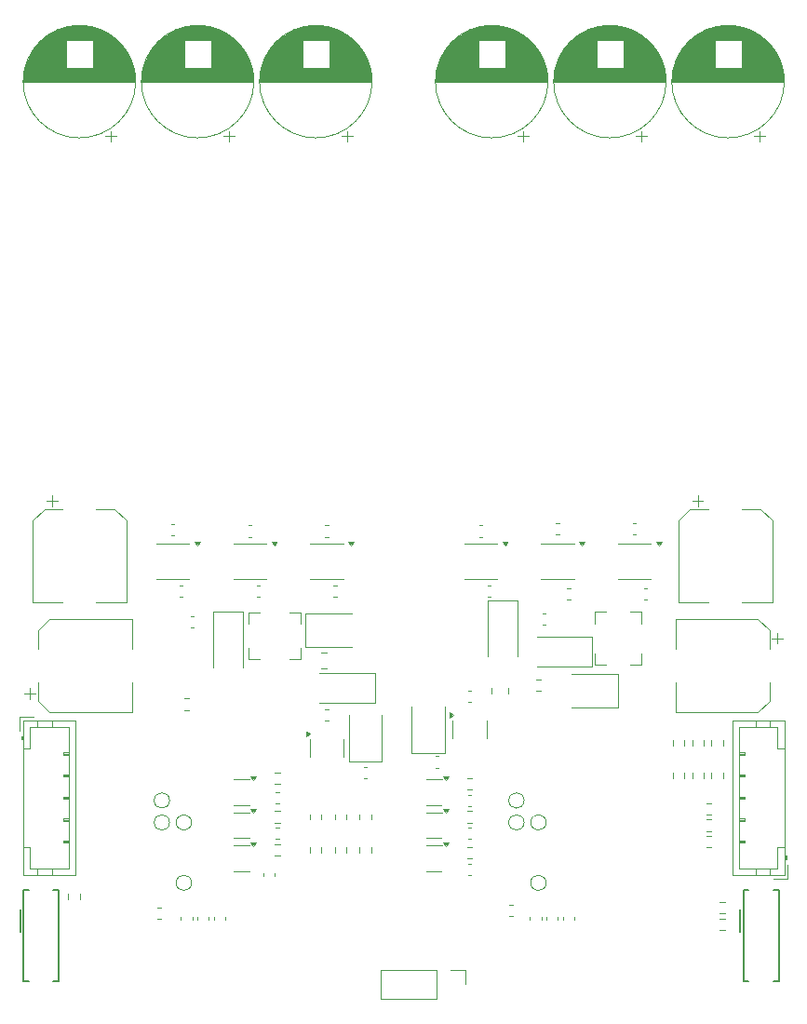
<source format=gbr>
%TF.GenerationSoftware,KiCad,Pcbnew,8.0.1*%
%TF.CreationDate,2024-06-01T22:58:48+02:00*%
%TF.ProjectId,vesc6,76657363-362e-46b6-9963-61645f706362,rev?*%
%TF.SameCoordinates,Original*%
%TF.FileFunction,Legend,Bot*%
%TF.FilePolarity,Positive*%
%FSLAX46Y46*%
G04 Gerber Fmt 4.6, Leading zero omitted, Abs format (unit mm)*
G04 Created by KiCad (PCBNEW 8.0.1) date 2024-06-01 22:58:48*
%MOMM*%
%LPD*%
G01*
G04 APERTURE LIST*
%ADD10C,0.120000*%
%ADD11C,0.150000*%
G04 APERTURE END LIST*
D10*
%TO.C,U6*%
X139440000Y-93450000D02*
X139440000Y-94250000D01*
X139440000Y-95050000D02*
X139440000Y-94250000D01*
X142560000Y-93450000D02*
X142560000Y-94250000D01*
X142560000Y-95050000D02*
X142560000Y-94250000D01*
X139490000Y-92950000D02*
X139160000Y-93190000D01*
X139160000Y-92710000D01*
X139490000Y-92950000D01*
G36*
X139490000Y-92950000D02*
G01*
X139160000Y-93190000D01*
X139160000Y-92710000D01*
X139490000Y-92950000D01*
G37*
%TO.C,U10*%
X147500000Y-77390000D02*
X149000000Y-77390000D01*
X147500000Y-80610000D02*
X149000000Y-80610000D01*
X150500000Y-77390000D02*
X149000000Y-77390000D01*
X150500000Y-80610000D02*
X149000000Y-80610000D01*
X151212500Y-77565000D02*
X150972500Y-77235000D01*
X151452500Y-77235000D01*
X151212500Y-77565000D01*
G36*
X151212500Y-77565000D02*
G01*
X150972500Y-77235000D01*
X151452500Y-77235000D01*
X151212500Y-77565000D01*
G37*
%TO.C,C38*%
X142609420Y-81240000D02*
X142890580Y-81240000D01*
X142609420Y-82260000D02*
X142890580Y-82260000D01*
%TO.C,C69*%
X121609420Y-81240000D02*
X121890580Y-81240000D01*
X121609420Y-82260000D02*
X121890580Y-82260000D01*
%TO.C,D9*%
X142640000Y-87650000D02*
X142640000Y-82590000D01*
X145360000Y-82590000D02*
X142640000Y-82590000D01*
X145360000Y-87650000D02*
X145360000Y-82590000D01*
%TO.C,C59*%
X128609420Y-81240000D02*
X128890580Y-81240000D01*
X128609420Y-82260000D02*
X128890580Y-82260000D01*
%TO.C,C72*%
X121920000Y-35287677D02*
X132080000Y-35287677D01*
X121920000Y-35327677D02*
X132080000Y-35327677D01*
X121920000Y-35367677D02*
X132080000Y-35367677D01*
X121921000Y-35247677D02*
X132079000Y-35247677D01*
X121922000Y-35207677D02*
X132078000Y-35207677D01*
X121923000Y-35167677D02*
X132077000Y-35167677D01*
X121925000Y-35127677D02*
X132075000Y-35127677D01*
X121927000Y-35087677D02*
X132073000Y-35087677D01*
X121930000Y-35047677D02*
X132070000Y-35047677D01*
X121932000Y-35007677D02*
X132068000Y-35007677D01*
X121935000Y-34967677D02*
X132065000Y-34967677D01*
X121938000Y-34927677D02*
X132062000Y-34927677D01*
X121942000Y-34887677D02*
X132058000Y-34887677D01*
X121946000Y-34847677D02*
X132054000Y-34847677D01*
X121950000Y-34807677D02*
X132050000Y-34807677D01*
X121955000Y-34767677D02*
X132045000Y-34767677D01*
X121960000Y-34727677D02*
X132040000Y-34727677D01*
X121965000Y-34687677D02*
X132035000Y-34687677D01*
X121970000Y-34646677D02*
X132030000Y-34646677D01*
X121976000Y-34606677D02*
X132024000Y-34606677D01*
X121982000Y-34566677D02*
X132018000Y-34566677D01*
X121989000Y-34526677D02*
X132011000Y-34526677D01*
X121996000Y-34486677D02*
X132004000Y-34486677D01*
X122003000Y-34446677D02*
X131997000Y-34446677D01*
X122010000Y-34406677D02*
X131990000Y-34406677D01*
X122018000Y-34366677D02*
X131982000Y-34366677D01*
X122026000Y-34326677D02*
X131974000Y-34326677D01*
X122035000Y-34286677D02*
X131965000Y-34286677D01*
X122044000Y-34246677D02*
X131956000Y-34246677D01*
X122053000Y-34206677D02*
X131947000Y-34206677D01*
X122062000Y-34166677D02*
X131938000Y-34166677D01*
X122072000Y-34126677D02*
X131928000Y-34126677D01*
X122082000Y-34086677D02*
X125759000Y-34086677D01*
X122093000Y-34046677D02*
X125759000Y-34046677D01*
X122103000Y-34006677D02*
X125759000Y-34006677D01*
X122115000Y-33966677D02*
X125759000Y-33966677D01*
X122126000Y-33926677D02*
X125759000Y-33926677D01*
X122138000Y-33886677D02*
X125759000Y-33886677D01*
X122150000Y-33846677D02*
X125759000Y-33846677D01*
X122163000Y-33806677D02*
X125759000Y-33806677D01*
X122176000Y-33766677D02*
X125759000Y-33766677D01*
X122189000Y-33726677D02*
X125759000Y-33726677D01*
X122203000Y-33686677D02*
X125759000Y-33686677D01*
X122217000Y-33646677D02*
X125759000Y-33646677D01*
X122232000Y-33606677D02*
X125759000Y-33606677D01*
X122246000Y-33566677D02*
X125759000Y-33566677D01*
X122262000Y-33526677D02*
X125759000Y-33526677D01*
X122277000Y-33486677D02*
X125759000Y-33486677D01*
X122293000Y-33446677D02*
X125759000Y-33446677D01*
X122310000Y-33406677D02*
X125759000Y-33406677D01*
X122326000Y-33366677D02*
X125759000Y-33366677D01*
X122343000Y-33326677D02*
X125759000Y-33326677D01*
X122361000Y-33286677D02*
X125759000Y-33286677D01*
X122379000Y-33246677D02*
X125759000Y-33246677D01*
X122397000Y-33206677D02*
X125759000Y-33206677D01*
X122416000Y-33166677D02*
X125759000Y-33166677D01*
X122436000Y-33126677D02*
X125759000Y-33126677D01*
X122455000Y-33086677D02*
X125759000Y-33086677D01*
X122475000Y-33046677D02*
X125759000Y-33046677D01*
X122496000Y-33006677D02*
X125759000Y-33006677D01*
X122517000Y-32966677D02*
X125759000Y-32966677D01*
X122538000Y-32926677D02*
X125759000Y-32926677D01*
X122560000Y-32886677D02*
X125759000Y-32886677D01*
X122583000Y-32846677D02*
X125759000Y-32846677D01*
X122605000Y-32806677D02*
X125759000Y-32806677D01*
X122629000Y-32766677D02*
X125759000Y-32766677D01*
X122653000Y-32726677D02*
X125759000Y-32726677D01*
X122677000Y-32686677D02*
X125759000Y-32686677D01*
X122702000Y-32646677D02*
X125759000Y-32646677D01*
X122727000Y-32606677D02*
X125759000Y-32606677D01*
X122753000Y-32566677D02*
X125759000Y-32566677D01*
X122779000Y-32526677D02*
X125759000Y-32526677D01*
X122806000Y-32486677D02*
X125759000Y-32486677D01*
X122834000Y-32446677D02*
X125759000Y-32446677D01*
X122862000Y-32406677D02*
X125759000Y-32406677D01*
X122890000Y-32366677D02*
X125759000Y-32366677D01*
X122920000Y-32326677D02*
X125759000Y-32326677D01*
X122950000Y-32286677D02*
X125759000Y-32286677D01*
X122980000Y-32246677D02*
X125759000Y-32246677D01*
X123011000Y-32206677D02*
X125759000Y-32206677D01*
X123043000Y-32166677D02*
X125759000Y-32166677D01*
X123075000Y-32126677D02*
X125759000Y-32126677D01*
X123108000Y-32086677D02*
X125759000Y-32086677D01*
X123142000Y-32046677D02*
X125759000Y-32046677D01*
X123176000Y-32006677D02*
X125759000Y-32006677D01*
X123211000Y-31966677D02*
X125759000Y-31966677D01*
X123247000Y-31926677D02*
X125759000Y-31926677D01*
X123284000Y-31886677D02*
X125759000Y-31886677D01*
X123321000Y-31846677D02*
X125759000Y-31846677D01*
X123360000Y-31806677D02*
X125759000Y-31806677D01*
X123399000Y-31766677D02*
X125759000Y-31766677D01*
X123439000Y-31726677D02*
X125759000Y-31726677D01*
X123480000Y-31686677D02*
X125759000Y-31686677D01*
X123522000Y-31646677D02*
X125759000Y-31646677D01*
X123564000Y-31606677D02*
X130436000Y-31606677D01*
X123608000Y-31566677D02*
X130392000Y-31566677D01*
X123653000Y-31526677D02*
X130347000Y-31526677D01*
X123699000Y-31486677D02*
X130301000Y-31486677D01*
X123746000Y-31446677D02*
X130254000Y-31446677D01*
X123794000Y-31406677D02*
X130206000Y-31406677D01*
X123844000Y-31366677D02*
X130156000Y-31366677D01*
X123894000Y-31326677D02*
X130106000Y-31326677D01*
X123946000Y-31286677D02*
X130054000Y-31286677D01*
X124000000Y-31246677D02*
X130000000Y-31246677D01*
X124055000Y-31206677D02*
X129945000Y-31206677D01*
X124111000Y-31166677D02*
X129889000Y-31166677D01*
X124170000Y-31126677D02*
X129830000Y-31126677D01*
X124230000Y-31086677D02*
X129770000Y-31086677D01*
X124291000Y-31046677D02*
X129709000Y-31046677D01*
X124355000Y-31006677D02*
X129645000Y-31006677D01*
X124421000Y-30966677D02*
X129579000Y-30966677D01*
X124490000Y-30926677D02*
X129510000Y-30926677D01*
X124561000Y-30886677D02*
X129439000Y-30886677D01*
X124635000Y-30846677D02*
X129365000Y-30846677D01*
X124711000Y-30806677D02*
X129289000Y-30806677D01*
X124791000Y-30766677D02*
X129209000Y-30766677D01*
X124875000Y-30726677D02*
X129125000Y-30726677D01*
X124963000Y-30686677D02*
X129037000Y-30686677D01*
X125056000Y-30646677D02*
X128944000Y-30646677D01*
X125154000Y-30606677D02*
X128846000Y-30606677D01*
X125258000Y-30566677D02*
X128742000Y-30566677D01*
X125370000Y-30526677D02*
X128630000Y-30526677D01*
X125490000Y-30486677D02*
X128510000Y-30486677D01*
X125622000Y-30446677D02*
X128378000Y-30446677D01*
X125770000Y-30406677D02*
X128230000Y-30406677D01*
X125938000Y-30366677D02*
X128062000Y-30366677D01*
X126138000Y-30326677D02*
X127862000Y-30326677D01*
X126401000Y-30286677D02*
X127599000Y-30286677D01*
X128241000Y-31646677D02*
X130478000Y-31646677D01*
X128241000Y-31686677D02*
X130520000Y-31686677D01*
X128241000Y-31726677D02*
X130561000Y-31726677D01*
X128241000Y-31766677D02*
X130601000Y-31766677D01*
X128241000Y-31806677D02*
X130640000Y-31806677D01*
X128241000Y-31846677D02*
X130679000Y-31846677D01*
X128241000Y-31886677D02*
X130716000Y-31886677D01*
X128241000Y-31926677D02*
X130753000Y-31926677D01*
X128241000Y-31966677D02*
X130789000Y-31966677D01*
X128241000Y-32006677D02*
X130824000Y-32006677D01*
X128241000Y-32046677D02*
X130858000Y-32046677D01*
X128241000Y-32086677D02*
X130892000Y-32086677D01*
X128241000Y-32126677D02*
X130925000Y-32126677D01*
X128241000Y-32166677D02*
X130957000Y-32166677D01*
X128241000Y-32206677D02*
X130989000Y-32206677D01*
X128241000Y-32246677D02*
X131020000Y-32246677D01*
X128241000Y-32286677D02*
X131050000Y-32286677D01*
X128241000Y-32326677D02*
X131080000Y-32326677D01*
X128241000Y-32366677D02*
X131110000Y-32366677D01*
X128241000Y-32406677D02*
X131138000Y-32406677D01*
X128241000Y-32446677D02*
X131166000Y-32446677D01*
X128241000Y-32486677D02*
X131194000Y-32486677D01*
X128241000Y-32526677D02*
X131221000Y-32526677D01*
X128241000Y-32566677D02*
X131247000Y-32566677D01*
X128241000Y-32606677D02*
X131273000Y-32606677D01*
X128241000Y-32646677D02*
X131298000Y-32646677D01*
X128241000Y-32686677D02*
X131323000Y-32686677D01*
X128241000Y-32726677D02*
X131347000Y-32726677D01*
X128241000Y-32766677D02*
X131371000Y-32766677D01*
X128241000Y-32806677D02*
X131395000Y-32806677D01*
X128241000Y-32846677D02*
X131417000Y-32846677D01*
X128241000Y-32886677D02*
X131440000Y-32886677D01*
X128241000Y-32926677D02*
X131462000Y-32926677D01*
X128241000Y-32966677D02*
X131483000Y-32966677D01*
X128241000Y-33006677D02*
X131504000Y-33006677D01*
X128241000Y-33046677D02*
X131525000Y-33046677D01*
X128241000Y-33086677D02*
X131545000Y-33086677D01*
X128241000Y-33126677D02*
X131564000Y-33126677D01*
X128241000Y-33166677D02*
X131584000Y-33166677D01*
X128241000Y-33206677D02*
X131603000Y-33206677D01*
X128241000Y-33246677D02*
X131621000Y-33246677D01*
X128241000Y-33286677D02*
X131639000Y-33286677D01*
X128241000Y-33326677D02*
X131657000Y-33326677D01*
X128241000Y-33366677D02*
X131674000Y-33366677D01*
X128241000Y-33406677D02*
X131690000Y-33406677D01*
X128241000Y-33446677D02*
X131707000Y-33446677D01*
X128241000Y-33486677D02*
X131723000Y-33486677D01*
X128241000Y-33526677D02*
X131738000Y-33526677D01*
X128241000Y-33566677D02*
X131754000Y-33566677D01*
X128241000Y-33606677D02*
X131768000Y-33606677D01*
X128241000Y-33646677D02*
X131783000Y-33646677D01*
X128241000Y-33686677D02*
X131797000Y-33686677D01*
X128241000Y-33726677D02*
X131811000Y-33726677D01*
X128241000Y-33766677D02*
X131824000Y-33766677D01*
X128241000Y-33806677D02*
X131837000Y-33806677D01*
X128241000Y-33846677D02*
X131850000Y-33846677D01*
X128241000Y-33886677D02*
X131862000Y-33886677D01*
X128241000Y-33926677D02*
X131874000Y-33926677D01*
X128241000Y-33966677D02*
X131885000Y-33966677D01*
X128241000Y-34006677D02*
X131897000Y-34006677D01*
X128241000Y-34046677D02*
X131907000Y-34046677D01*
X128241000Y-34086677D02*
X131918000Y-34086677D01*
X129375000Y-40347323D02*
X130375000Y-40347323D01*
X129875000Y-39847323D02*
X129875000Y-40847323D01*
X132120000Y-35367677D02*
G75*
G02*
X121880000Y-35367677I-5120000J0D01*
G01*
X121880000Y-35367677D02*
G75*
G02*
X132120000Y-35367677I5120000J0D01*
G01*
%TO.C,R67*%
X115012742Y-91477500D02*
X115487258Y-91477500D01*
X115012742Y-92522500D02*
X115487258Y-92522500D01*
%TO.C,R13*%
X163762742Y-109977500D02*
X164237258Y-109977500D01*
X163762742Y-111022500D02*
X164237258Y-111022500D01*
%TO.C,D8*%
X147100000Y-85890000D02*
X152160000Y-85890000D01*
X147100000Y-88610000D02*
X152160000Y-88610000D01*
X152160000Y-88610000D02*
X152160000Y-85890000D01*
%TO.C,C71*%
X123359420Y-103240000D02*
X123640580Y-103240000D01*
X123359420Y-104260000D02*
X123640580Y-104260000D01*
%TO.C,TP1*%
X145950000Y-102750000D02*
G75*
G02*
X144550000Y-102750000I-700000J0D01*
G01*
X144550000Y-102750000D02*
G75*
G02*
X145950000Y-102750000I700000J0D01*
G01*
%TO.C,TP3*%
X147950000Y-108250000D02*
G75*
G02*
X146550000Y-108250000I-700000J0D01*
G01*
X146550000Y-108250000D02*
G75*
G02*
X147950000Y-108250000I700000J0D01*
G01*
%TO.C,C48*%
X147990000Y-111359420D02*
X147990000Y-111640580D01*
X149010000Y-111359420D02*
X149010000Y-111640580D01*
%TO.C,C27*%
X147609420Y-83740000D02*
X147890580Y-83740000D01*
X147609420Y-84760000D02*
X147890580Y-84760000D01*
%TO.C,U8*%
X137050000Y-98840000D02*
X138460000Y-98840000D01*
X137050000Y-101160000D02*
X138450000Y-101160000D01*
X138830000Y-98890000D02*
X138590000Y-98560000D01*
X139070000Y-98560000D01*
X138830000Y-98890000D01*
G36*
X138830000Y-98890000D02*
G01*
X138590000Y-98560000D01*
X139070000Y-98560000D01*
X138830000Y-98890000D01*
G37*
%TO.C,C114*%
X128140580Y-92490000D02*
X127859420Y-92490000D01*
X128140580Y-93510000D02*
X127859420Y-93510000D01*
%TO.C,U11*%
X137050000Y-104840000D02*
X138460000Y-104840000D01*
X137050000Y-107160000D02*
X138450000Y-107160000D01*
X138830000Y-104890000D02*
X138590000Y-104560000D01*
X139070000Y-104560000D01*
X138830000Y-104890000D01*
G36*
X138830000Y-104890000D02*
G01*
X138590000Y-104560000D01*
X139070000Y-104560000D01*
X138830000Y-104890000D01*
G37*
%TO.C,U12*%
X154500000Y-77390000D02*
X156000000Y-77390000D01*
X154500000Y-80610000D02*
X156000000Y-80610000D01*
X157500000Y-77390000D02*
X156000000Y-77390000D01*
X157500000Y-80610000D02*
X156000000Y-80610000D01*
X158212500Y-77565000D02*
X157972500Y-77235000D01*
X158452500Y-77235000D01*
X158212500Y-77565000D01*
G36*
X158212500Y-77565000D02*
G01*
X157972500Y-77235000D01*
X158452500Y-77235000D01*
X158212500Y-77565000D01*
G37*
%TO.C,R70*%
X130977500Y-102487258D02*
X130977500Y-102012742D01*
X132022500Y-102487258D02*
X132022500Y-102012742D01*
%TO.C,C115*%
X101240000Y-75304437D02*
X102304437Y-74240000D01*
X101240000Y-82760000D02*
X101240000Y-75304437D01*
X102990000Y-74000000D02*
X102990000Y-73000000D01*
X103490000Y-73500000D02*
X102490000Y-73500000D01*
X103990000Y-74240000D02*
X102304437Y-74240000D01*
X103990000Y-82760000D02*
X101240000Y-82760000D01*
X107010000Y-74240000D02*
X108695563Y-74240000D01*
X107010000Y-82760000D02*
X109760000Y-82760000D01*
X109760000Y-75304437D02*
X108695563Y-74240000D01*
X109760000Y-82760000D02*
X109760000Y-75304437D01*
%TO.C,C60*%
X123359420Y-99990000D02*
X123640580Y-99990000D01*
X123359420Y-101010000D02*
X123640580Y-101010000D01*
%TO.C,C73*%
X116240000Y-111359420D02*
X116240000Y-111640580D01*
X117260000Y-111359420D02*
X117260000Y-111640580D01*
%TO.C,C76*%
X113859420Y-75640000D02*
X114140580Y-75640000D01*
X113859420Y-76660000D02*
X114140580Y-76660000D01*
%TO.C,C77*%
X114609420Y-81240000D02*
X114890580Y-81240000D01*
X114609420Y-82260000D02*
X114890580Y-82260000D01*
%TO.C,C12*%
X144609420Y-110240000D02*
X144890580Y-110240000D01*
X144609420Y-111260000D02*
X144890580Y-111260000D01*
%TO.C,R65*%
X126477500Y-105012742D02*
X126477500Y-105487258D01*
X127522500Y-105012742D02*
X127522500Y-105487258D01*
%TO.C,C68*%
X120859420Y-75740000D02*
X121140580Y-75740000D01*
X120859420Y-76760000D02*
X121140580Y-76760000D01*
%TO.C,R8*%
X162987258Y-100977500D02*
X162512742Y-100977500D01*
X162987258Y-102022500D02*
X162512742Y-102022500D01*
%TO.C,J1*%
X132865000Y-116145000D02*
X132865000Y-118805000D01*
X132865000Y-116145000D02*
X138005000Y-116145000D01*
X132865000Y-118805000D02*
X138005000Y-118805000D01*
X138005000Y-116145000D02*
X138005000Y-118805000D01*
X139275000Y-116145000D02*
X140605000Y-116145000D01*
X140605000Y-116145000D02*
X140605000Y-117475000D01*
%TO.C,R12*%
X163762742Y-111477500D02*
X164237258Y-111477500D01*
X163762742Y-112522500D02*
X164237258Y-112522500D01*
%TO.C,R7*%
X162987258Y-102477500D02*
X162512742Y-102477500D01*
X162987258Y-103522500D02*
X162512742Y-103522500D01*
%TO.C,U9*%
X137050000Y-101840000D02*
X138460000Y-101840000D01*
X137050000Y-104160000D02*
X138450000Y-104160000D01*
X138830000Y-101890000D02*
X138590000Y-101560000D01*
X139070000Y-101560000D01*
X138830000Y-101890000D01*
G36*
X138830000Y-101890000D02*
G01*
X138590000Y-101560000D01*
X139070000Y-101560000D01*
X138830000Y-101890000D01*
G37*
%TO.C,C111*%
X128011252Y-87265000D02*
X127488748Y-87265000D01*
X128011252Y-88735000D02*
X127488748Y-88735000D01*
%TO.C,C62*%
X148859420Y-75490000D02*
X149140580Y-75490000D01*
X148859420Y-76510000D02*
X149140580Y-76510000D01*
%TO.C,C58*%
X159740000Y-84240000D02*
X167195563Y-84240000D01*
X159740000Y-86990000D02*
X159740000Y-84240000D01*
X159740000Y-90010000D02*
X159740000Y-92760000D01*
X159740000Y-92760000D02*
X167195563Y-92760000D01*
X167195563Y-84240000D02*
X168260000Y-85304437D01*
X167195563Y-92760000D02*
X168260000Y-91695563D01*
X168260000Y-86990000D02*
X168260000Y-85304437D01*
X168260000Y-90010000D02*
X168260000Y-91695563D01*
X168500000Y-85990000D02*
X169500000Y-85990000D01*
X169000000Y-86490000D02*
X169000000Y-85490000D01*
%TO.C,C79*%
X117740000Y-111359420D02*
X117740000Y-111640580D01*
X118760000Y-111359420D02*
X118760000Y-111640580D01*
%TO.C,R71*%
X130977500Y-105012742D02*
X130977500Y-105487258D01*
X132022500Y-105012742D02*
X132022500Y-105487258D01*
%TO.C,R27*%
X162977500Y-98262742D02*
X162977500Y-98737258D01*
X164022500Y-98262742D02*
X164022500Y-98737258D01*
%TO.C,C63*%
X155859420Y-75490000D02*
X156140580Y-75490000D01*
X155859420Y-76510000D02*
X156140580Y-76510000D01*
%TO.C,R58*%
X123737258Y-104727500D02*
X123262742Y-104727500D01*
X123737258Y-105772500D02*
X123262742Y-105772500D01*
%TO.C,C37*%
X135740000Y-92250000D02*
X135740000Y-96460000D01*
X135740000Y-96460000D02*
X138760000Y-96460000D01*
X138760000Y-96460000D02*
X138760000Y-92250000D01*
%TO.C,C117*%
X129990000Y-93000000D02*
X129990000Y-97210000D01*
X129990000Y-97210000D02*
X133010000Y-97210000D01*
X133010000Y-97210000D02*
X133010000Y-93000000D01*
%TO.C,R6*%
X162987258Y-103977500D02*
X162512742Y-103977500D01*
X162987258Y-105022500D02*
X162512742Y-105022500D01*
%TO.C,C45*%
X148670000Y-35287677D02*
X158830000Y-35287677D01*
X148670000Y-35327677D02*
X158830000Y-35327677D01*
X148670000Y-35367677D02*
X158830000Y-35367677D01*
X148671000Y-35247677D02*
X158829000Y-35247677D01*
X148672000Y-35207677D02*
X158828000Y-35207677D01*
X148673000Y-35167677D02*
X158827000Y-35167677D01*
X148675000Y-35127677D02*
X158825000Y-35127677D01*
X148677000Y-35087677D02*
X158823000Y-35087677D01*
X148680000Y-35047677D02*
X158820000Y-35047677D01*
X148682000Y-35007677D02*
X158818000Y-35007677D01*
X148685000Y-34967677D02*
X158815000Y-34967677D01*
X148688000Y-34927677D02*
X158812000Y-34927677D01*
X148692000Y-34887677D02*
X158808000Y-34887677D01*
X148696000Y-34847677D02*
X158804000Y-34847677D01*
X148700000Y-34807677D02*
X158800000Y-34807677D01*
X148705000Y-34767677D02*
X158795000Y-34767677D01*
X148710000Y-34727677D02*
X158790000Y-34727677D01*
X148715000Y-34687677D02*
X158785000Y-34687677D01*
X148720000Y-34646677D02*
X158780000Y-34646677D01*
X148726000Y-34606677D02*
X158774000Y-34606677D01*
X148732000Y-34566677D02*
X158768000Y-34566677D01*
X148739000Y-34526677D02*
X158761000Y-34526677D01*
X148746000Y-34486677D02*
X158754000Y-34486677D01*
X148753000Y-34446677D02*
X158747000Y-34446677D01*
X148760000Y-34406677D02*
X158740000Y-34406677D01*
X148768000Y-34366677D02*
X158732000Y-34366677D01*
X148776000Y-34326677D02*
X158724000Y-34326677D01*
X148785000Y-34286677D02*
X158715000Y-34286677D01*
X148794000Y-34246677D02*
X158706000Y-34246677D01*
X148803000Y-34206677D02*
X158697000Y-34206677D01*
X148812000Y-34166677D02*
X158688000Y-34166677D01*
X148822000Y-34126677D02*
X158678000Y-34126677D01*
X148832000Y-34086677D02*
X152509000Y-34086677D01*
X148843000Y-34046677D02*
X152509000Y-34046677D01*
X148853000Y-34006677D02*
X152509000Y-34006677D01*
X148865000Y-33966677D02*
X152509000Y-33966677D01*
X148876000Y-33926677D02*
X152509000Y-33926677D01*
X148888000Y-33886677D02*
X152509000Y-33886677D01*
X148900000Y-33846677D02*
X152509000Y-33846677D01*
X148913000Y-33806677D02*
X152509000Y-33806677D01*
X148926000Y-33766677D02*
X152509000Y-33766677D01*
X148939000Y-33726677D02*
X152509000Y-33726677D01*
X148953000Y-33686677D02*
X152509000Y-33686677D01*
X148967000Y-33646677D02*
X152509000Y-33646677D01*
X148982000Y-33606677D02*
X152509000Y-33606677D01*
X148996000Y-33566677D02*
X152509000Y-33566677D01*
X149012000Y-33526677D02*
X152509000Y-33526677D01*
X149027000Y-33486677D02*
X152509000Y-33486677D01*
X149043000Y-33446677D02*
X152509000Y-33446677D01*
X149060000Y-33406677D02*
X152509000Y-33406677D01*
X149076000Y-33366677D02*
X152509000Y-33366677D01*
X149093000Y-33326677D02*
X152509000Y-33326677D01*
X149111000Y-33286677D02*
X152509000Y-33286677D01*
X149129000Y-33246677D02*
X152509000Y-33246677D01*
X149147000Y-33206677D02*
X152509000Y-33206677D01*
X149166000Y-33166677D02*
X152509000Y-33166677D01*
X149186000Y-33126677D02*
X152509000Y-33126677D01*
X149205000Y-33086677D02*
X152509000Y-33086677D01*
X149225000Y-33046677D02*
X152509000Y-33046677D01*
X149246000Y-33006677D02*
X152509000Y-33006677D01*
X149267000Y-32966677D02*
X152509000Y-32966677D01*
X149288000Y-32926677D02*
X152509000Y-32926677D01*
X149310000Y-32886677D02*
X152509000Y-32886677D01*
X149333000Y-32846677D02*
X152509000Y-32846677D01*
X149355000Y-32806677D02*
X152509000Y-32806677D01*
X149379000Y-32766677D02*
X152509000Y-32766677D01*
X149403000Y-32726677D02*
X152509000Y-32726677D01*
X149427000Y-32686677D02*
X152509000Y-32686677D01*
X149452000Y-32646677D02*
X152509000Y-32646677D01*
X149477000Y-32606677D02*
X152509000Y-32606677D01*
X149503000Y-32566677D02*
X152509000Y-32566677D01*
X149529000Y-32526677D02*
X152509000Y-32526677D01*
X149556000Y-32486677D02*
X152509000Y-32486677D01*
X149584000Y-32446677D02*
X152509000Y-32446677D01*
X149612000Y-32406677D02*
X152509000Y-32406677D01*
X149640000Y-32366677D02*
X152509000Y-32366677D01*
X149670000Y-32326677D02*
X152509000Y-32326677D01*
X149700000Y-32286677D02*
X152509000Y-32286677D01*
X149730000Y-32246677D02*
X152509000Y-32246677D01*
X149761000Y-32206677D02*
X152509000Y-32206677D01*
X149793000Y-32166677D02*
X152509000Y-32166677D01*
X149825000Y-32126677D02*
X152509000Y-32126677D01*
X149858000Y-32086677D02*
X152509000Y-32086677D01*
X149892000Y-32046677D02*
X152509000Y-32046677D01*
X149926000Y-32006677D02*
X152509000Y-32006677D01*
X149961000Y-31966677D02*
X152509000Y-31966677D01*
X149997000Y-31926677D02*
X152509000Y-31926677D01*
X150034000Y-31886677D02*
X152509000Y-31886677D01*
X150071000Y-31846677D02*
X152509000Y-31846677D01*
X150110000Y-31806677D02*
X152509000Y-31806677D01*
X150149000Y-31766677D02*
X152509000Y-31766677D01*
X150189000Y-31726677D02*
X152509000Y-31726677D01*
X150230000Y-31686677D02*
X152509000Y-31686677D01*
X150272000Y-31646677D02*
X152509000Y-31646677D01*
X150314000Y-31606677D02*
X157186000Y-31606677D01*
X150358000Y-31566677D02*
X157142000Y-31566677D01*
X150403000Y-31526677D02*
X157097000Y-31526677D01*
X150449000Y-31486677D02*
X157051000Y-31486677D01*
X150496000Y-31446677D02*
X157004000Y-31446677D01*
X150544000Y-31406677D02*
X156956000Y-31406677D01*
X150594000Y-31366677D02*
X156906000Y-31366677D01*
X150644000Y-31326677D02*
X156856000Y-31326677D01*
X150696000Y-31286677D02*
X156804000Y-31286677D01*
X150750000Y-31246677D02*
X156750000Y-31246677D01*
X150805000Y-31206677D02*
X156695000Y-31206677D01*
X150861000Y-31166677D02*
X156639000Y-31166677D01*
X150920000Y-31126677D02*
X156580000Y-31126677D01*
X150980000Y-31086677D02*
X156520000Y-31086677D01*
X151041000Y-31046677D02*
X156459000Y-31046677D01*
X151105000Y-31006677D02*
X156395000Y-31006677D01*
X151171000Y-30966677D02*
X156329000Y-30966677D01*
X151240000Y-30926677D02*
X156260000Y-30926677D01*
X151311000Y-30886677D02*
X156189000Y-30886677D01*
X151385000Y-30846677D02*
X156115000Y-30846677D01*
X151461000Y-30806677D02*
X156039000Y-30806677D01*
X151541000Y-30766677D02*
X155959000Y-30766677D01*
X151625000Y-30726677D02*
X155875000Y-30726677D01*
X151713000Y-30686677D02*
X155787000Y-30686677D01*
X151806000Y-30646677D02*
X155694000Y-30646677D01*
X151904000Y-30606677D02*
X155596000Y-30606677D01*
X152008000Y-30566677D02*
X155492000Y-30566677D01*
X152120000Y-30526677D02*
X155380000Y-30526677D01*
X152240000Y-30486677D02*
X155260000Y-30486677D01*
X152372000Y-30446677D02*
X155128000Y-30446677D01*
X152520000Y-30406677D02*
X154980000Y-30406677D01*
X152688000Y-30366677D02*
X154812000Y-30366677D01*
X152888000Y-30326677D02*
X154612000Y-30326677D01*
X153151000Y-30286677D02*
X154349000Y-30286677D01*
X154991000Y-31646677D02*
X157228000Y-31646677D01*
X154991000Y-31686677D02*
X157270000Y-31686677D01*
X154991000Y-31726677D02*
X157311000Y-31726677D01*
X154991000Y-31766677D02*
X157351000Y-31766677D01*
X154991000Y-31806677D02*
X157390000Y-31806677D01*
X154991000Y-31846677D02*
X157429000Y-31846677D01*
X154991000Y-31886677D02*
X157466000Y-31886677D01*
X154991000Y-31926677D02*
X157503000Y-31926677D01*
X154991000Y-31966677D02*
X157539000Y-31966677D01*
X154991000Y-32006677D02*
X157574000Y-32006677D01*
X154991000Y-32046677D02*
X157608000Y-32046677D01*
X154991000Y-32086677D02*
X157642000Y-32086677D01*
X154991000Y-32126677D02*
X157675000Y-32126677D01*
X154991000Y-32166677D02*
X157707000Y-32166677D01*
X154991000Y-32206677D02*
X157739000Y-32206677D01*
X154991000Y-32246677D02*
X157770000Y-32246677D01*
X154991000Y-32286677D02*
X157800000Y-32286677D01*
X154991000Y-32326677D02*
X157830000Y-32326677D01*
X154991000Y-32366677D02*
X157860000Y-32366677D01*
X154991000Y-32406677D02*
X157888000Y-32406677D01*
X154991000Y-32446677D02*
X157916000Y-32446677D01*
X154991000Y-32486677D02*
X157944000Y-32486677D01*
X154991000Y-32526677D02*
X157971000Y-32526677D01*
X154991000Y-32566677D02*
X157997000Y-32566677D01*
X154991000Y-32606677D02*
X158023000Y-32606677D01*
X154991000Y-32646677D02*
X158048000Y-32646677D01*
X154991000Y-32686677D02*
X158073000Y-32686677D01*
X154991000Y-32726677D02*
X158097000Y-32726677D01*
X154991000Y-32766677D02*
X158121000Y-32766677D01*
X154991000Y-32806677D02*
X158145000Y-32806677D01*
X154991000Y-32846677D02*
X158167000Y-32846677D01*
X154991000Y-32886677D02*
X158190000Y-32886677D01*
X154991000Y-32926677D02*
X158212000Y-32926677D01*
X154991000Y-32966677D02*
X158233000Y-32966677D01*
X154991000Y-33006677D02*
X158254000Y-33006677D01*
X154991000Y-33046677D02*
X158275000Y-33046677D01*
X154991000Y-33086677D02*
X158295000Y-33086677D01*
X154991000Y-33126677D02*
X158314000Y-33126677D01*
X154991000Y-33166677D02*
X158334000Y-33166677D01*
X154991000Y-33206677D02*
X158353000Y-33206677D01*
X154991000Y-33246677D02*
X158371000Y-33246677D01*
X154991000Y-33286677D02*
X158389000Y-33286677D01*
X154991000Y-33326677D02*
X158407000Y-33326677D01*
X154991000Y-33366677D02*
X158424000Y-33366677D01*
X154991000Y-33406677D02*
X158440000Y-33406677D01*
X154991000Y-33446677D02*
X158457000Y-33446677D01*
X154991000Y-33486677D02*
X158473000Y-33486677D01*
X154991000Y-33526677D02*
X158488000Y-33526677D01*
X154991000Y-33566677D02*
X158504000Y-33566677D01*
X154991000Y-33606677D02*
X158518000Y-33606677D01*
X154991000Y-33646677D02*
X158533000Y-33646677D01*
X154991000Y-33686677D02*
X158547000Y-33686677D01*
X154991000Y-33726677D02*
X158561000Y-33726677D01*
X154991000Y-33766677D02*
X158574000Y-33766677D01*
X154991000Y-33806677D02*
X158587000Y-33806677D01*
X154991000Y-33846677D02*
X158600000Y-33846677D01*
X154991000Y-33886677D02*
X158612000Y-33886677D01*
X154991000Y-33926677D02*
X158624000Y-33926677D01*
X154991000Y-33966677D02*
X158635000Y-33966677D01*
X154991000Y-34006677D02*
X158647000Y-34006677D01*
X154991000Y-34046677D02*
X158657000Y-34046677D01*
X154991000Y-34086677D02*
X158668000Y-34086677D01*
X156125000Y-40347323D02*
X157125000Y-40347323D01*
X156625000Y-39847323D02*
X156625000Y-40847323D01*
X158870000Y-35367677D02*
G75*
G02*
X148630000Y-35367677I-5120000J0D01*
G01*
X148630000Y-35367677D02*
G75*
G02*
X158870000Y-35367677I5120000J0D01*
G01*
%TO.C,C116*%
X131640580Y-97740000D02*
X131359420Y-97740000D01*
X131640580Y-98760000D02*
X131359420Y-98760000D01*
%TO.C,R64*%
X126477500Y-102487258D02*
X126477500Y-102012742D01*
X127522500Y-102487258D02*
X127522500Y-102012742D01*
%TO.C,U19*%
X112500000Y-77390000D02*
X114000000Y-77390000D01*
X112500000Y-80610000D02*
X114000000Y-80610000D01*
X115500000Y-77390000D02*
X114000000Y-77390000D01*
X115500000Y-80610000D02*
X114000000Y-80610000D01*
X116212500Y-77565000D02*
X115972500Y-77235000D01*
X116452500Y-77235000D01*
X116212500Y-77565000D01*
G36*
X116212500Y-77565000D02*
G01*
X115972500Y-77235000D01*
X116452500Y-77235000D01*
X116212500Y-77565000D01*
G37*
%TO.C,R20*%
X159477500Y-95737258D02*
X159477500Y-95262742D01*
X160522500Y-95737258D02*
X160522500Y-95262742D01*
%TO.C,C44*%
X156859420Y-81490000D02*
X157140580Y-81490000D01*
X156859420Y-82510000D02*
X157140580Y-82510000D01*
%TO.C,TP7*%
X115700000Y-108250000D02*
G75*
G02*
X114300000Y-108250000I-700000J0D01*
G01*
X114300000Y-108250000D02*
G75*
G02*
X115700000Y-108250000I700000J0D01*
G01*
%TO.C,R68*%
X128727500Y-102487258D02*
X128727500Y-102012742D01*
X129772500Y-102487258D02*
X129772500Y-102012742D01*
%TO.C,TP5*%
X113700000Y-102750000D02*
G75*
G02*
X112300000Y-102750000I-700000J0D01*
G01*
X112300000Y-102750000D02*
G75*
G02*
X113700000Y-102750000I700000J0D01*
G01*
%TO.C,TP8*%
X115700000Y-102750000D02*
G75*
G02*
X114300000Y-102750000I-700000J0D01*
G01*
X114300000Y-102750000D02*
G75*
G02*
X115700000Y-102750000I700000J0D01*
G01*
%TO.C,D10*%
X127350000Y-89140000D02*
X132410000Y-89140000D01*
X127350000Y-91860000D02*
X132410000Y-91860000D01*
X132410000Y-91860000D02*
X132410000Y-89140000D01*
%TO.C,R56*%
X123737258Y-101727500D02*
X123262742Y-101727500D01*
X123737258Y-102772500D02*
X123262742Y-102772500D01*
%TO.C,J3*%
X100090000Y-93140000D02*
X100090000Y-94390000D01*
X100190000Y-94900000D02*
X100190000Y-95200000D01*
X100190000Y-95200000D02*
X100390000Y-95200000D01*
X100290000Y-94900000D02*
X100290000Y-95200000D01*
X100390000Y-93440000D02*
X100390000Y-107560000D01*
X100390000Y-94900000D02*
X100190000Y-94900000D01*
X100390000Y-105000000D02*
X101000000Y-105000000D01*
X100390000Y-107560000D02*
X105110000Y-107560000D01*
X101000000Y-94050000D02*
X101000000Y-96000000D01*
X101000000Y-96000000D02*
X100390000Y-96000000D01*
X101000000Y-105000000D02*
X101000000Y-106950000D01*
X101000000Y-106950000D02*
X104500000Y-106950000D01*
X101340000Y-93140000D02*
X100090000Y-93140000D01*
X101700000Y-94050000D02*
X101700000Y-93440000D01*
X101700000Y-106950000D02*
X101700000Y-107560000D01*
X103000000Y-94050000D02*
X103000000Y-93440000D01*
X103000000Y-106950000D02*
X103000000Y-107560000D01*
X104000000Y-96400000D02*
X104500000Y-96400000D01*
X104000000Y-96500000D02*
X104500000Y-96500000D01*
X104000000Y-96600000D02*
X104000000Y-96400000D01*
X104000000Y-98400000D02*
X104500000Y-98400000D01*
X104000000Y-98500000D02*
X104500000Y-98500000D01*
X104000000Y-98600000D02*
X104000000Y-98400000D01*
X104000000Y-100400000D02*
X104500000Y-100400000D01*
X104000000Y-100500000D02*
X104500000Y-100500000D01*
X104000000Y-100600000D02*
X104000000Y-100400000D01*
X104000000Y-102400000D02*
X104500000Y-102400000D01*
X104000000Y-102500000D02*
X104500000Y-102500000D01*
X104000000Y-102600000D02*
X104000000Y-102400000D01*
X104000000Y-104400000D02*
X104500000Y-104400000D01*
X104000000Y-104500000D02*
X104500000Y-104500000D01*
X104000000Y-104600000D02*
X104000000Y-104400000D01*
X104500000Y-94050000D02*
X101000000Y-94050000D01*
X104500000Y-96600000D02*
X104000000Y-96600000D01*
X104500000Y-98600000D02*
X104000000Y-98600000D01*
X104500000Y-100600000D02*
X104000000Y-100600000D01*
X104500000Y-102600000D02*
X104000000Y-102600000D01*
X104500000Y-104600000D02*
X104000000Y-104600000D01*
X104500000Y-106950000D02*
X104500000Y-94050000D01*
X105110000Y-93440000D02*
X100390000Y-93440000D01*
X105110000Y-107560000D02*
X105110000Y-93440000D01*
%TO.C,D4*%
X117640000Y-88650000D02*
X117640000Y-83590000D01*
X120360000Y-83590000D02*
X117640000Y-83590000D01*
X120360000Y-88650000D02*
X120360000Y-83590000D01*
%TO.C,R25*%
X161227500Y-98262742D02*
X161227500Y-98737258D01*
X162272500Y-98262742D02*
X162272500Y-98737258D01*
%TO.C,TP2*%
X145950000Y-100750000D02*
G75*
G02*
X144550000Y-100750000I-700000J0D01*
G01*
X144550000Y-100750000D02*
G75*
G02*
X145950000Y-100750000I700000J0D01*
G01*
%TO.C,U25*%
X126440000Y-95200000D02*
X126440000Y-96000000D01*
X126440000Y-96800000D02*
X126440000Y-96000000D01*
X129560000Y-95200000D02*
X129560000Y-96000000D01*
X129560000Y-96800000D02*
X129560000Y-96000000D01*
X126490000Y-94700000D02*
X126160000Y-94940000D01*
X126160000Y-94460000D01*
X126490000Y-94700000D01*
G36*
X126490000Y-94700000D02*
G01*
X126160000Y-94940000D01*
X126160000Y-94460000D01*
X126490000Y-94700000D01*
G37*
%TO.C,U7*%
X140500000Y-77390000D02*
X142000000Y-77390000D01*
X140500000Y-80610000D02*
X142000000Y-80610000D01*
X143500000Y-77390000D02*
X142000000Y-77390000D01*
X143500000Y-80610000D02*
X142000000Y-80610000D01*
X144212500Y-77565000D02*
X143972500Y-77235000D01*
X144452500Y-77235000D01*
X144212500Y-77565000D01*
G36*
X144212500Y-77565000D02*
G01*
X143972500Y-77235000D01*
X144452500Y-77235000D01*
X144212500Y-77565000D01*
G37*
%TO.C,C112*%
X101000000Y-90510000D02*
X101000000Y-91510000D01*
X101500000Y-91010000D02*
X100500000Y-91010000D01*
X101740000Y-86990000D02*
X101740000Y-85304437D01*
X101740000Y-90010000D02*
X101740000Y-91695563D01*
X102804437Y-84240000D02*
X101740000Y-85304437D01*
X102804437Y-92760000D02*
X101740000Y-91695563D01*
X110260000Y-84240000D02*
X102804437Y-84240000D01*
X110260000Y-86990000D02*
X110260000Y-84240000D01*
X110260000Y-90010000D02*
X110260000Y-92760000D01*
X110260000Y-92760000D02*
X102804437Y-92760000D01*
%TO.C,C52*%
X140859420Y-106490000D02*
X141140580Y-106490000D01*
X140859420Y-107510000D02*
X141140580Y-107510000D01*
%TO.C,C102*%
X115609420Y-83990000D02*
X115890580Y-83990000D01*
X115609420Y-85010000D02*
X115890580Y-85010000D01*
D11*
%TO.C,J4*%
X100100000Y-112700000D02*
X100100000Y-110700000D01*
X100400000Y-108850000D02*
X100875000Y-108850000D01*
X100400000Y-117150000D02*
X100400000Y-108850000D01*
X100875000Y-117150000D02*
X100400000Y-117150000D01*
X103125000Y-117150000D02*
X103600000Y-117150000D01*
X103600000Y-108850000D02*
X103125000Y-108850000D01*
X103600000Y-117150000D02*
X103600000Y-108850000D01*
D10*
%TO.C,U16*%
X119550000Y-101840000D02*
X120960000Y-101840000D01*
X119550000Y-104160000D02*
X120950000Y-104160000D01*
X121330000Y-101890000D02*
X121090000Y-101560000D01*
X121570000Y-101560000D01*
X121330000Y-101890000D01*
G36*
X121330000Y-101890000D02*
G01*
X121090000Y-101560000D01*
X121570000Y-101560000D01*
X121330000Y-101890000D01*
G37*
%TO.C,R23*%
X147012742Y-89727500D02*
X147487258Y-89727500D01*
X147012742Y-90772500D02*
X147487258Y-90772500D01*
%TO.C,C43*%
X137920000Y-35287677D02*
X148080000Y-35287677D01*
X137920000Y-35327677D02*
X148080000Y-35327677D01*
X137920000Y-35367677D02*
X148080000Y-35367677D01*
X137921000Y-35247677D02*
X148079000Y-35247677D01*
X137922000Y-35207677D02*
X148078000Y-35207677D01*
X137923000Y-35167677D02*
X148077000Y-35167677D01*
X137925000Y-35127677D02*
X148075000Y-35127677D01*
X137927000Y-35087677D02*
X148073000Y-35087677D01*
X137930000Y-35047677D02*
X148070000Y-35047677D01*
X137932000Y-35007677D02*
X148068000Y-35007677D01*
X137935000Y-34967677D02*
X148065000Y-34967677D01*
X137938000Y-34927677D02*
X148062000Y-34927677D01*
X137942000Y-34887677D02*
X148058000Y-34887677D01*
X137946000Y-34847677D02*
X148054000Y-34847677D01*
X137950000Y-34807677D02*
X148050000Y-34807677D01*
X137955000Y-34767677D02*
X148045000Y-34767677D01*
X137960000Y-34727677D02*
X148040000Y-34727677D01*
X137965000Y-34687677D02*
X148035000Y-34687677D01*
X137970000Y-34646677D02*
X148030000Y-34646677D01*
X137976000Y-34606677D02*
X148024000Y-34606677D01*
X137982000Y-34566677D02*
X148018000Y-34566677D01*
X137989000Y-34526677D02*
X148011000Y-34526677D01*
X137996000Y-34486677D02*
X148004000Y-34486677D01*
X138003000Y-34446677D02*
X147997000Y-34446677D01*
X138010000Y-34406677D02*
X147990000Y-34406677D01*
X138018000Y-34366677D02*
X147982000Y-34366677D01*
X138026000Y-34326677D02*
X147974000Y-34326677D01*
X138035000Y-34286677D02*
X147965000Y-34286677D01*
X138044000Y-34246677D02*
X147956000Y-34246677D01*
X138053000Y-34206677D02*
X147947000Y-34206677D01*
X138062000Y-34166677D02*
X147938000Y-34166677D01*
X138072000Y-34126677D02*
X147928000Y-34126677D01*
X138082000Y-34086677D02*
X141759000Y-34086677D01*
X138093000Y-34046677D02*
X141759000Y-34046677D01*
X138103000Y-34006677D02*
X141759000Y-34006677D01*
X138115000Y-33966677D02*
X141759000Y-33966677D01*
X138126000Y-33926677D02*
X141759000Y-33926677D01*
X138138000Y-33886677D02*
X141759000Y-33886677D01*
X138150000Y-33846677D02*
X141759000Y-33846677D01*
X138163000Y-33806677D02*
X141759000Y-33806677D01*
X138176000Y-33766677D02*
X141759000Y-33766677D01*
X138189000Y-33726677D02*
X141759000Y-33726677D01*
X138203000Y-33686677D02*
X141759000Y-33686677D01*
X138217000Y-33646677D02*
X141759000Y-33646677D01*
X138232000Y-33606677D02*
X141759000Y-33606677D01*
X138246000Y-33566677D02*
X141759000Y-33566677D01*
X138262000Y-33526677D02*
X141759000Y-33526677D01*
X138277000Y-33486677D02*
X141759000Y-33486677D01*
X138293000Y-33446677D02*
X141759000Y-33446677D01*
X138310000Y-33406677D02*
X141759000Y-33406677D01*
X138326000Y-33366677D02*
X141759000Y-33366677D01*
X138343000Y-33326677D02*
X141759000Y-33326677D01*
X138361000Y-33286677D02*
X141759000Y-33286677D01*
X138379000Y-33246677D02*
X141759000Y-33246677D01*
X138397000Y-33206677D02*
X141759000Y-33206677D01*
X138416000Y-33166677D02*
X141759000Y-33166677D01*
X138436000Y-33126677D02*
X141759000Y-33126677D01*
X138455000Y-33086677D02*
X141759000Y-33086677D01*
X138475000Y-33046677D02*
X141759000Y-33046677D01*
X138496000Y-33006677D02*
X141759000Y-33006677D01*
X138517000Y-32966677D02*
X141759000Y-32966677D01*
X138538000Y-32926677D02*
X141759000Y-32926677D01*
X138560000Y-32886677D02*
X141759000Y-32886677D01*
X138583000Y-32846677D02*
X141759000Y-32846677D01*
X138605000Y-32806677D02*
X141759000Y-32806677D01*
X138629000Y-32766677D02*
X141759000Y-32766677D01*
X138653000Y-32726677D02*
X141759000Y-32726677D01*
X138677000Y-32686677D02*
X141759000Y-32686677D01*
X138702000Y-32646677D02*
X141759000Y-32646677D01*
X138727000Y-32606677D02*
X141759000Y-32606677D01*
X138753000Y-32566677D02*
X141759000Y-32566677D01*
X138779000Y-32526677D02*
X141759000Y-32526677D01*
X138806000Y-32486677D02*
X141759000Y-32486677D01*
X138834000Y-32446677D02*
X141759000Y-32446677D01*
X138862000Y-32406677D02*
X141759000Y-32406677D01*
X138890000Y-32366677D02*
X141759000Y-32366677D01*
X138920000Y-32326677D02*
X141759000Y-32326677D01*
X138950000Y-32286677D02*
X141759000Y-32286677D01*
X138980000Y-32246677D02*
X141759000Y-32246677D01*
X139011000Y-32206677D02*
X141759000Y-32206677D01*
X139043000Y-32166677D02*
X141759000Y-32166677D01*
X139075000Y-32126677D02*
X141759000Y-32126677D01*
X139108000Y-32086677D02*
X141759000Y-32086677D01*
X139142000Y-32046677D02*
X141759000Y-32046677D01*
X139176000Y-32006677D02*
X141759000Y-32006677D01*
X139211000Y-31966677D02*
X141759000Y-31966677D01*
X139247000Y-31926677D02*
X141759000Y-31926677D01*
X139284000Y-31886677D02*
X141759000Y-31886677D01*
X139321000Y-31846677D02*
X141759000Y-31846677D01*
X139360000Y-31806677D02*
X141759000Y-31806677D01*
X139399000Y-31766677D02*
X141759000Y-31766677D01*
X139439000Y-31726677D02*
X141759000Y-31726677D01*
X139480000Y-31686677D02*
X141759000Y-31686677D01*
X139522000Y-31646677D02*
X141759000Y-31646677D01*
X139564000Y-31606677D02*
X146436000Y-31606677D01*
X139608000Y-31566677D02*
X146392000Y-31566677D01*
X139653000Y-31526677D02*
X146347000Y-31526677D01*
X139699000Y-31486677D02*
X146301000Y-31486677D01*
X139746000Y-31446677D02*
X146254000Y-31446677D01*
X139794000Y-31406677D02*
X146206000Y-31406677D01*
X139844000Y-31366677D02*
X146156000Y-31366677D01*
X139894000Y-31326677D02*
X146106000Y-31326677D01*
X139946000Y-31286677D02*
X146054000Y-31286677D01*
X140000000Y-31246677D02*
X146000000Y-31246677D01*
X140055000Y-31206677D02*
X145945000Y-31206677D01*
X140111000Y-31166677D02*
X145889000Y-31166677D01*
X140170000Y-31126677D02*
X145830000Y-31126677D01*
X140230000Y-31086677D02*
X145770000Y-31086677D01*
X140291000Y-31046677D02*
X145709000Y-31046677D01*
X140355000Y-31006677D02*
X145645000Y-31006677D01*
X140421000Y-30966677D02*
X145579000Y-30966677D01*
X140490000Y-30926677D02*
X145510000Y-30926677D01*
X140561000Y-30886677D02*
X145439000Y-30886677D01*
X140635000Y-30846677D02*
X145365000Y-30846677D01*
X140711000Y-30806677D02*
X145289000Y-30806677D01*
X140791000Y-30766677D02*
X145209000Y-30766677D01*
X140875000Y-30726677D02*
X145125000Y-30726677D01*
X140963000Y-30686677D02*
X145037000Y-30686677D01*
X141056000Y-30646677D02*
X144944000Y-30646677D01*
X141154000Y-30606677D02*
X144846000Y-30606677D01*
X141258000Y-30566677D02*
X144742000Y-30566677D01*
X141370000Y-30526677D02*
X144630000Y-30526677D01*
X141490000Y-30486677D02*
X144510000Y-30486677D01*
X141622000Y-30446677D02*
X144378000Y-30446677D01*
X141770000Y-30406677D02*
X144230000Y-30406677D01*
X141938000Y-30366677D02*
X144062000Y-30366677D01*
X142138000Y-30326677D02*
X143862000Y-30326677D01*
X142401000Y-30286677D02*
X143599000Y-30286677D01*
X144241000Y-31646677D02*
X146478000Y-31646677D01*
X144241000Y-31686677D02*
X146520000Y-31686677D01*
X144241000Y-31726677D02*
X146561000Y-31726677D01*
X144241000Y-31766677D02*
X146601000Y-31766677D01*
X144241000Y-31806677D02*
X146640000Y-31806677D01*
X144241000Y-31846677D02*
X146679000Y-31846677D01*
X144241000Y-31886677D02*
X146716000Y-31886677D01*
X144241000Y-31926677D02*
X146753000Y-31926677D01*
X144241000Y-31966677D02*
X146789000Y-31966677D01*
X144241000Y-32006677D02*
X146824000Y-32006677D01*
X144241000Y-32046677D02*
X146858000Y-32046677D01*
X144241000Y-32086677D02*
X146892000Y-32086677D01*
X144241000Y-32126677D02*
X146925000Y-32126677D01*
X144241000Y-32166677D02*
X146957000Y-32166677D01*
X144241000Y-32206677D02*
X146989000Y-32206677D01*
X144241000Y-32246677D02*
X147020000Y-32246677D01*
X144241000Y-32286677D02*
X147050000Y-32286677D01*
X144241000Y-32326677D02*
X147080000Y-32326677D01*
X144241000Y-32366677D02*
X147110000Y-32366677D01*
X144241000Y-32406677D02*
X147138000Y-32406677D01*
X144241000Y-32446677D02*
X147166000Y-32446677D01*
X144241000Y-32486677D02*
X147194000Y-32486677D01*
X144241000Y-32526677D02*
X147221000Y-32526677D01*
X144241000Y-32566677D02*
X147247000Y-32566677D01*
X144241000Y-32606677D02*
X147273000Y-32606677D01*
X144241000Y-32646677D02*
X147298000Y-32646677D01*
X144241000Y-32686677D02*
X147323000Y-32686677D01*
X144241000Y-32726677D02*
X147347000Y-32726677D01*
X144241000Y-32766677D02*
X147371000Y-32766677D01*
X144241000Y-32806677D02*
X147395000Y-32806677D01*
X144241000Y-32846677D02*
X147417000Y-32846677D01*
X144241000Y-32886677D02*
X147440000Y-32886677D01*
X144241000Y-32926677D02*
X147462000Y-32926677D01*
X144241000Y-32966677D02*
X147483000Y-32966677D01*
X144241000Y-33006677D02*
X147504000Y-33006677D01*
X144241000Y-33046677D02*
X147525000Y-33046677D01*
X144241000Y-33086677D02*
X147545000Y-33086677D01*
X144241000Y-33126677D02*
X147564000Y-33126677D01*
X144241000Y-33166677D02*
X147584000Y-33166677D01*
X144241000Y-33206677D02*
X147603000Y-33206677D01*
X144241000Y-33246677D02*
X147621000Y-33246677D01*
X144241000Y-33286677D02*
X147639000Y-33286677D01*
X144241000Y-33326677D02*
X147657000Y-33326677D01*
X144241000Y-33366677D02*
X147674000Y-33366677D01*
X144241000Y-33406677D02*
X147690000Y-33406677D01*
X144241000Y-33446677D02*
X147707000Y-33446677D01*
X144241000Y-33486677D02*
X147723000Y-33486677D01*
X144241000Y-33526677D02*
X147738000Y-33526677D01*
X144241000Y-33566677D02*
X147754000Y-33566677D01*
X144241000Y-33606677D02*
X147768000Y-33606677D01*
X144241000Y-33646677D02*
X147783000Y-33646677D01*
X144241000Y-33686677D02*
X147797000Y-33686677D01*
X144241000Y-33726677D02*
X147811000Y-33726677D01*
X144241000Y-33766677D02*
X147824000Y-33766677D01*
X144241000Y-33806677D02*
X147837000Y-33806677D01*
X144241000Y-33846677D02*
X147850000Y-33846677D01*
X144241000Y-33886677D02*
X147862000Y-33886677D01*
X144241000Y-33926677D02*
X147874000Y-33926677D01*
X144241000Y-33966677D02*
X147885000Y-33966677D01*
X144241000Y-34006677D02*
X147897000Y-34006677D01*
X144241000Y-34046677D02*
X147907000Y-34046677D01*
X144241000Y-34086677D02*
X147918000Y-34086677D01*
X145375000Y-40347323D02*
X146375000Y-40347323D01*
X145875000Y-39847323D02*
X145875000Y-40847323D01*
X148120000Y-35367677D02*
G75*
G02*
X137880000Y-35367677I-5120000J0D01*
G01*
X137880000Y-35367677D02*
G75*
G02*
X148120000Y-35367677I5120000J0D01*
G01*
%TO.C,U15*%
X119550000Y-98840000D02*
X120960000Y-98840000D01*
X119550000Y-101160000D02*
X120950000Y-101160000D01*
X121330000Y-98890000D02*
X121090000Y-98560000D01*
X121570000Y-98560000D01*
X121330000Y-98890000D01*
G36*
X121330000Y-98890000D02*
G01*
X121090000Y-98560000D01*
X121570000Y-98560000D01*
X121330000Y-98890000D01*
G37*
%TO.C,C89*%
X112609420Y-110490000D02*
X112890580Y-110490000D01*
X112609420Y-111510000D02*
X112890580Y-111510000D01*
%TO.C,R40*%
X141237258Y-104977500D02*
X140762742Y-104977500D01*
X141237258Y-106022500D02*
X140762742Y-106022500D01*
%TO.C,R24*%
X161227500Y-95737258D02*
X161227500Y-95262742D01*
X162272500Y-95737258D02*
X162272500Y-95262742D01*
%TO.C,TP4*%
X147950000Y-102750000D02*
G75*
G02*
X146550000Y-102750000I-700000J0D01*
G01*
X146550000Y-102750000D02*
G75*
G02*
X147950000Y-102750000I700000J0D01*
G01*
%TO.C,C56*%
X159990000Y-75304437D02*
X161054437Y-74240000D01*
X159990000Y-82760000D02*
X159990000Y-75304437D01*
X161740000Y-74000000D02*
X161740000Y-73000000D01*
X162240000Y-73500000D02*
X161240000Y-73500000D01*
X162740000Y-74240000D02*
X161054437Y-74240000D01*
X162740000Y-82760000D02*
X159990000Y-82760000D01*
X165760000Y-74240000D02*
X167445563Y-74240000D01*
X165760000Y-82760000D02*
X168510000Y-82760000D01*
X168510000Y-75304437D02*
X167445563Y-74240000D01*
X168510000Y-82760000D02*
X168510000Y-75304437D01*
%TO.C,U13*%
X126500000Y-77390000D02*
X128000000Y-77390000D01*
X126500000Y-80610000D02*
X128000000Y-80610000D01*
X129500000Y-77390000D02*
X128000000Y-77390000D01*
X129500000Y-80610000D02*
X128000000Y-80610000D01*
X130212500Y-77565000D02*
X129972500Y-77235000D01*
X130452500Y-77235000D01*
X130212500Y-77565000D01*
G36*
X130212500Y-77565000D02*
G01*
X129972500Y-77235000D01*
X130452500Y-77235000D01*
X130212500Y-77565000D01*
G37*
%TO.C,C40*%
X146490000Y-111359420D02*
X146490000Y-111640580D01*
X147510000Y-111359420D02*
X147510000Y-111640580D01*
%TO.C,C53*%
X149490000Y-111359420D02*
X149490000Y-111640580D01*
X150510000Y-111359420D02*
X150510000Y-111640580D01*
%TO.C,C67*%
X100420000Y-35287677D02*
X110580000Y-35287677D01*
X100420000Y-35327677D02*
X110580000Y-35327677D01*
X100420000Y-35367677D02*
X110580000Y-35367677D01*
X100421000Y-35247677D02*
X110579000Y-35247677D01*
X100422000Y-35207677D02*
X110578000Y-35207677D01*
X100423000Y-35167677D02*
X110577000Y-35167677D01*
X100425000Y-35127677D02*
X110575000Y-35127677D01*
X100427000Y-35087677D02*
X110573000Y-35087677D01*
X100430000Y-35047677D02*
X110570000Y-35047677D01*
X100432000Y-35007677D02*
X110568000Y-35007677D01*
X100435000Y-34967677D02*
X110565000Y-34967677D01*
X100438000Y-34927677D02*
X110562000Y-34927677D01*
X100442000Y-34887677D02*
X110558000Y-34887677D01*
X100446000Y-34847677D02*
X110554000Y-34847677D01*
X100450000Y-34807677D02*
X110550000Y-34807677D01*
X100455000Y-34767677D02*
X110545000Y-34767677D01*
X100460000Y-34727677D02*
X110540000Y-34727677D01*
X100465000Y-34687677D02*
X110535000Y-34687677D01*
X100470000Y-34646677D02*
X110530000Y-34646677D01*
X100476000Y-34606677D02*
X110524000Y-34606677D01*
X100482000Y-34566677D02*
X110518000Y-34566677D01*
X100489000Y-34526677D02*
X110511000Y-34526677D01*
X100496000Y-34486677D02*
X110504000Y-34486677D01*
X100503000Y-34446677D02*
X110497000Y-34446677D01*
X100510000Y-34406677D02*
X110490000Y-34406677D01*
X100518000Y-34366677D02*
X110482000Y-34366677D01*
X100526000Y-34326677D02*
X110474000Y-34326677D01*
X100535000Y-34286677D02*
X110465000Y-34286677D01*
X100544000Y-34246677D02*
X110456000Y-34246677D01*
X100553000Y-34206677D02*
X110447000Y-34206677D01*
X100562000Y-34166677D02*
X110438000Y-34166677D01*
X100572000Y-34126677D02*
X110428000Y-34126677D01*
X100582000Y-34086677D02*
X104259000Y-34086677D01*
X100593000Y-34046677D02*
X104259000Y-34046677D01*
X100603000Y-34006677D02*
X104259000Y-34006677D01*
X100615000Y-33966677D02*
X104259000Y-33966677D01*
X100626000Y-33926677D02*
X104259000Y-33926677D01*
X100638000Y-33886677D02*
X104259000Y-33886677D01*
X100650000Y-33846677D02*
X104259000Y-33846677D01*
X100663000Y-33806677D02*
X104259000Y-33806677D01*
X100676000Y-33766677D02*
X104259000Y-33766677D01*
X100689000Y-33726677D02*
X104259000Y-33726677D01*
X100703000Y-33686677D02*
X104259000Y-33686677D01*
X100717000Y-33646677D02*
X104259000Y-33646677D01*
X100732000Y-33606677D02*
X104259000Y-33606677D01*
X100746000Y-33566677D02*
X104259000Y-33566677D01*
X100762000Y-33526677D02*
X104259000Y-33526677D01*
X100777000Y-33486677D02*
X104259000Y-33486677D01*
X100793000Y-33446677D02*
X104259000Y-33446677D01*
X100810000Y-33406677D02*
X104259000Y-33406677D01*
X100826000Y-33366677D02*
X104259000Y-33366677D01*
X100843000Y-33326677D02*
X104259000Y-33326677D01*
X100861000Y-33286677D02*
X104259000Y-33286677D01*
X100879000Y-33246677D02*
X104259000Y-33246677D01*
X100897000Y-33206677D02*
X104259000Y-33206677D01*
X100916000Y-33166677D02*
X104259000Y-33166677D01*
X100936000Y-33126677D02*
X104259000Y-33126677D01*
X100955000Y-33086677D02*
X104259000Y-33086677D01*
X100975000Y-33046677D02*
X104259000Y-33046677D01*
X100996000Y-33006677D02*
X104259000Y-33006677D01*
X101017000Y-32966677D02*
X104259000Y-32966677D01*
X101038000Y-32926677D02*
X104259000Y-32926677D01*
X101060000Y-32886677D02*
X104259000Y-32886677D01*
X101083000Y-32846677D02*
X104259000Y-32846677D01*
X101105000Y-32806677D02*
X104259000Y-32806677D01*
X101129000Y-32766677D02*
X104259000Y-32766677D01*
X101153000Y-32726677D02*
X104259000Y-32726677D01*
X101177000Y-32686677D02*
X104259000Y-32686677D01*
X101202000Y-32646677D02*
X104259000Y-32646677D01*
X101227000Y-32606677D02*
X104259000Y-32606677D01*
X101253000Y-32566677D02*
X104259000Y-32566677D01*
X101279000Y-32526677D02*
X104259000Y-32526677D01*
X101306000Y-32486677D02*
X104259000Y-32486677D01*
X101334000Y-32446677D02*
X104259000Y-32446677D01*
X101362000Y-32406677D02*
X104259000Y-32406677D01*
X101390000Y-32366677D02*
X104259000Y-32366677D01*
X101420000Y-32326677D02*
X104259000Y-32326677D01*
X101450000Y-32286677D02*
X104259000Y-32286677D01*
X101480000Y-32246677D02*
X104259000Y-32246677D01*
X101511000Y-32206677D02*
X104259000Y-32206677D01*
X101543000Y-32166677D02*
X104259000Y-32166677D01*
X101575000Y-32126677D02*
X104259000Y-32126677D01*
X101608000Y-32086677D02*
X104259000Y-32086677D01*
X101642000Y-32046677D02*
X104259000Y-32046677D01*
X101676000Y-32006677D02*
X104259000Y-32006677D01*
X101711000Y-31966677D02*
X104259000Y-31966677D01*
X101747000Y-31926677D02*
X104259000Y-31926677D01*
X101784000Y-31886677D02*
X104259000Y-31886677D01*
X101821000Y-31846677D02*
X104259000Y-31846677D01*
X101860000Y-31806677D02*
X104259000Y-31806677D01*
X101899000Y-31766677D02*
X104259000Y-31766677D01*
X101939000Y-31726677D02*
X104259000Y-31726677D01*
X101980000Y-31686677D02*
X104259000Y-31686677D01*
X102022000Y-31646677D02*
X104259000Y-31646677D01*
X102064000Y-31606677D02*
X108936000Y-31606677D01*
X102108000Y-31566677D02*
X108892000Y-31566677D01*
X102153000Y-31526677D02*
X108847000Y-31526677D01*
X102199000Y-31486677D02*
X108801000Y-31486677D01*
X102246000Y-31446677D02*
X108754000Y-31446677D01*
X102294000Y-31406677D02*
X108706000Y-31406677D01*
X102344000Y-31366677D02*
X108656000Y-31366677D01*
X102394000Y-31326677D02*
X108606000Y-31326677D01*
X102446000Y-31286677D02*
X108554000Y-31286677D01*
X102500000Y-31246677D02*
X108500000Y-31246677D01*
X102555000Y-31206677D02*
X108445000Y-31206677D01*
X102611000Y-31166677D02*
X108389000Y-31166677D01*
X102670000Y-31126677D02*
X108330000Y-31126677D01*
X102730000Y-31086677D02*
X108270000Y-31086677D01*
X102791000Y-31046677D02*
X108209000Y-31046677D01*
X102855000Y-31006677D02*
X108145000Y-31006677D01*
X102921000Y-30966677D02*
X108079000Y-30966677D01*
X102990000Y-30926677D02*
X108010000Y-30926677D01*
X103061000Y-30886677D02*
X107939000Y-30886677D01*
X103135000Y-30846677D02*
X107865000Y-30846677D01*
X103211000Y-30806677D02*
X107789000Y-30806677D01*
X103291000Y-30766677D02*
X107709000Y-30766677D01*
X103375000Y-30726677D02*
X107625000Y-30726677D01*
X103463000Y-30686677D02*
X107537000Y-30686677D01*
X103556000Y-30646677D02*
X107444000Y-30646677D01*
X103654000Y-30606677D02*
X107346000Y-30606677D01*
X103758000Y-30566677D02*
X107242000Y-30566677D01*
X103870000Y-30526677D02*
X107130000Y-30526677D01*
X103990000Y-30486677D02*
X107010000Y-30486677D01*
X104122000Y-30446677D02*
X106878000Y-30446677D01*
X104270000Y-30406677D02*
X106730000Y-30406677D01*
X104438000Y-30366677D02*
X106562000Y-30366677D01*
X104638000Y-30326677D02*
X106362000Y-30326677D01*
X104901000Y-30286677D02*
X106099000Y-30286677D01*
X106741000Y-31646677D02*
X108978000Y-31646677D01*
X106741000Y-31686677D02*
X109020000Y-31686677D01*
X106741000Y-31726677D02*
X109061000Y-31726677D01*
X106741000Y-31766677D02*
X109101000Y-31766677D01*
X106741000Y-31806677D02*
X109140000Y-31806677D01*
X106741000Y-31846677D02*
X109179000Y-31846677D01*
X106741000Y-31886677D02*
X109216000Y-31886677D01*
X106741000Y-31926677D02*
X109253000Y-31926677D01*
X106741000Y-31966677D02*
X109289000Y-31966677D01*
X106741000Y-32006677D02*
X109324000Y-32006677D01*
X106741000Y-32046677D02*
X109358000Y-32046677D01*
X106741000Y-32086677D02*
X109392000Y-32086677D01*
X106741000Y-32126677D02*
X109425000Y-32126677D01*
X106741000Y-32166677D02*
X109457000Y-32166677D01*
X106741000Y-32206677D02*
X109489000Y-32206677D01*
X106741000Y-32246677D02*
X109520000Y-32246677D01*
X106741000Y-32286677D02*
X109550000Y-32286677D01*
X106741000Y-32326677D02*
X109580000Y-32326677D01*
X106741000Y-32366677D02*
X109610000Y-32366677D01*
X106741000Y-32406677D02*
X109638000Y-32406677D01*
X106741000Y-32446677D02*
X109666000Y-32446677D01*
X106741000Y-32486677D02*
X109694000Y-32486677D01*
X106741000Y-32526677D02*
X109721000Y-32526677D01*
X106741000Y-32566677D02*
X109747000Y-32566677D01*
X106741000Y-32606677D02*
X109773000Y-32606677D01*
X106741000Y-32646677D02*
X109798000Y-32646677D01*
X106741000Y-32686677D02*
X109823000Y-32686677D01*
X106741000Y-32726677D02*
X109847000Y-32726677D01*
X106741000Y-32766677D02*
X109871000Y-32766677D01*
X106741000Y-32806677D02*
X109895000Y-32806677D01*
X106741000Y-32846677D02*
X109917000Y-32846677D01*
X106741000Y-32886677D02*
X109940000Y-32886677D01*
X106741000Y-32926677D02*
X109962000Y-32926677D01*
X106741000Y-32966677D02*
X109983000Y-32966677D01*
X106741000Y-33006677D02*
X110004000Y-33006677D01*
X106741000Y-33046677D02*
X110025000Y-33046677D01*
X106741000Y-33086677D02*
X110045000Y-33086677D01*
X106741000Y-33126677D02*
X110064000Y-33126677D01*
X106741000Y-33166677D02*
X110084000Y-33166677D01*
X106741000Y-33206677D02*
X110103000Y-33206677D01*
X106741000Y-33246677D02*
X110121000Y-33246677D01*
X106741000Y-33286677D02*
X110139000Y-33286677D01*
X106741000Y-33326677D02*
X110157000Y-33326677D01*
X106741000Y-33366677D02*
X110174000Y-33366677D01*
X106741000Y-33406677D02*
X110190000Y-33406677D01*
X106741000Y-33446677D02*
X110207000Y-33446677D01*
X106741000Y-33486677D02*
X110223000Y-33486677D01*
X106741000Y-33526677D02*
X110238000Y-33526677D01*
X106741000Y-33566677D02*
X110254000Y-33566677D01*
X106741000Y-33606677D02*
X110268000Y-33606677D01*
X106741000Y-33646677D02*
X110283000Y-33646677D01*
X106741000Y-33686677D02*
X110297000Y-33686677D01*
X106741000Y-33726677D02*
X110311000Y-33726677D01*
X106741000Y-33766677D02*
X110324000Y-33766677D01*
X106741000Y-33806677D02*
X110337000Y-33806677D01*
X106741000Y-33846677D02*
X110350000Y-33846677D01*
X106741000Y-33886677D02*
X110362000Y-33886677D01*
X106741000Y-33926677D02*
X110374000Y-33926677D01*
X106741000Y-33966677D02*
X110385000Y-33966677D01*
X106741000Y-34006677D02*
X110397000Y-34006677D01*
X106741000Y-34046677D02*
X110407000Y-34046677D01*
X106741000Y-34086677D02*
X110418000Y-34086677D01*
X107875000Y-40347323D02*
X108875000Y-40347323D01*
X108375000Y-39847323D02*
X108375000Y-40847323D01*
X110620000Y-35367677D02*
G75*
G02*
X100380000Y-35367677I-5120000J0D01*
G01*
X100380000Y-35367677D02*
G75*
G02*
X110620000Y-35367677I5120000J0D01*
G01*
%TO.C,R38*%
X141237258Y-101727500D02*
X140762742Y-101727500D01*
X141237258Y-102772500D02*
X140762742Y-102772500D01*
%TO.C,C34*%
X150250000Y-92260000D02*
X154460000Y-92260000D01*
X154460000Y-89240000D02*
X150250000Y-89240000D01*
X154460000Y-92260000D02*
X154460000Y-89240000D01*
%TO.C,C78*%
X122240000Y-107359420D02*
X122240000Y-107640580D01*
X123260000Y-107359420D02*
X123260000Y-107640580D01*
%TO.C,C61*%
X141859420Y-75740000D02*
X142140580Y-75740000D01*
X141859420Y-76760000D02*
X142140580Y-76760000D01*
%TO.C,U17*%
X119500000Y-77390000D02*
X121000000Y-77390000D01*
X119500000Y-80610000D02*
X121000000Y-80610000D01*
X122500000Y-77390000D02*
X121000000Y-77390000D01*
X122500000Y-80610000D02*
X121000000Y-80610000D01*
X123212500Y-77565000D02*
X122972500Y-77235000D01*
X123452500Y-77235000D01*
X123212500Y-77565000D01*
G36*
X123212500Y-77565000D02*
G01*
X122972500Y-77235000D01*
X123452500Y-77235000D01*
X123212500Y-77565000D01*
G37*
D11*
%TO.C,J6*%
X165600000Y-112700000D02*
X165600000Y-110700000D01*
X165900000Y-108850000D02*
X166375000Y-108850000D01*
X165900000Y-117150000D02*
X165900000Y-108850000D01*
X166375000Y-117150000D02*
X165900000Y-117150000D01*
X168625000Y-117150000D02*
X169100000Y-117150000D01*
X169100000Y-108850000D02*
X168625000Y-108850000D01*
X169100000Y-117150000D02*
X169100000Y-108850000D01*
D10*
%TO.C,R31*%
X104477500Y-109262742D02*
X104477500Y-109737258D01*
X105522500Y-109262742D02*
X105522500Y-109737258D01*
%TO.C,C46*%
X140859420Y-103240000D02*
X141140580Y-103240000D01*
X140859420Y-104260000D02*
X141140580Y-104260000D01*
%TO.C,U18*%
X119550000Y-104840000D02*
X120960000Y-104840000D01*
X119550000Y-107160000D02*
X120950000Y-107160000D01*
X121330000Y-104890000D02*
X121090000Y-104560000D01*
X121570000Y-104560000D01*
X121330000Y-104890000D01*
G36*
X121330000Y-104890000D02*
G01*
X121090000Y-104560000D01*
X121570000Y-104560000D01*
X121330000Y-104890000D01*
G37*
%TO.C,J2*%
X164890000Y-93440000D02*
X164890000Y-107560000D01*
X164890000Y-107560000D02*
X169610000Y-107560000D01*
X165500000Y-94050000D02*
X165500000Y-106950000D01*
X165500000Y-96400000D02*
X166000000Y-96400000D01*
X165500000Y-98400000D02*
X166000000Y-98400000D01*
X165500000Y-100400000D02*
X166000000Y-100400000D01*
X165500000Y-102400000D02*
X166000000Y-102400000D01*
X165500000Y-104400000D02*
X166000000Y-104400000D01*
X165500000Y-106950000D02*
X169000000Y-106950000D01*
X166000000Y-96400000D02*
X166000000Y-96600000D01*
X166000000Y-96500000D02*
X165500000Y-96500000D01*
X166000000Y-96600000D02*
X165500000Y-96600000D01*
X166000000Y-98400000D02*
X166000000Y-98600000D01*
X166000000Y-98500000D02*
X165500000Y-98500000D01*
X166000000Y-98600000D02*
X165500000Y-98600000D01*
X166000000Y-100400000D02*
X166000000Y-100600000D01*
X166000000Y-100500000D02*
X165500000Y-100500000D01*
X166000000Y-100600000D02*
X165500000Y-100600000D01*
X166000000Y-102400000D02*
X166000000Y-102600000D01*
X166000000Y-102500000D02*
X165500000Y-102500000D01*
X166000000Y-102600000D02*
X165500000Y-102600000D01*
X166000000Y-104400000D02*
X166000000Y-104600000D01*
X166000000Y-104500000D02*
X165500000Y-104500000D01*
X166000000Y-104600000D02*
X165500000Y-104600000D01*
X167000000Y-94050000D02*
X167000000Y-93440000D01*
X167000000Y-106950000D02*
X167000000Y-107560000D01*
X168300000Y-94050000D02*
X168300000Y-93440000D01*
X168300000Y-106950000D02*
X168300000Y-107560000D01*
X168660000Y-107860000D02*
X169910000Y-107860000D01*
X169000000Y-94050000D02*
X165500000Y-94050000D01*
X169000000Y-96000000D02*
X169000000Y-94050000D01*
X169000000Y-105000000D02*
X169610000Y-105000000D01*
X169000000Y-106950000D02*
X169000000Y-105000000D01*
X169610000Y-93440000D02*
X164890000Y-93440000D01*
X169610000Y-96000000D02*
X169000000Y-96000000D01*
X169610000Y-106100000D02*
X169810000Y-106100000D01*
X169610000Y-107560000D02*
X169610000Y-93440000D01*
X169710000Y-106100000D02*
X169710000Y-105800000D01*
X169810000Y-105800000D02*
X169610000Y-105800000D01*
X169810000Y-106100000D02*
X169810000Y-105800000D01*
X169910000Y-107860000D02*
X169910000Y-106610000D01*
%TO.C,R34*%
X141237258Y-98727500D02*
X140762742Y-98727500D01*
X141237258Y-99772500D02*
X140762742Y-99772500D01*
%TO.C,L1*%
X152390000Y-84640000D02*
X152390000Y-83615000D01*
X152390000Y-87360000D02*
X152390000Y-88385000D01*
X153415000Y-83615000D02*
X152390000Y-83615000D01*
X153415000Y-88385000D02*
X152390000Y-88385000D01*
X155585000Y-83615000D02*
X156610000Y-83615000D01*
X155585000Y-88385000D02*
X156610000Y-88385000D01*
X156610000Y-84640000D02*
X156610000Y-83615000D01*
X156610000Y-87360000D02*
X156610000Y-88385000D01*
%TO.C,L2*%
X120865000Y-84665000D02*
X120865000Y-83640000D01*
X120865000Y-86835000D02*
X120865000Y-87860000D01*
X121890000Y-83640000D02*
X120865000Y-83640000D01*
X121890000Y-87860000D02*
X120865000Y-87860000D01*
X124610000Y-83640000D02*
X125635000Y-83640000D01*
X124610000Y-87860000D02*
X125635000Y-87860000D01*
X125635000Y-84665000D02*
X125635000Y-83640000D01*
X125635000Y-86835000D02*
X125635000Y-87860000D01*
%TO.C,TP6*%
X113700000Y-100750000D02*
G75*
G02*
X112300000Y-100750000I-700000J0D01*
G01*
X112300000Y-100750000D02*
G75*
G02*
X113700000Y-100750000I700000J0D01*
G01*
%TO.C,C70*%
X111170000Y-35287677D02*
X121330000Y-35287677D01*
X111170000Y-35327677D02*
X121330000Y-35327677D01*
X111170000Y-35367677D02*
X121330000Y-35367677D01*
X111171000Y-35247677D02*
X121329000Y-35247677D01*
X111172000Y-35207677D02*
X121328000Y-35207677D01*
X111173000Y-35167677D02*
X121327000Y-35167677D01*
X111175000Y-35127677D02*
X121325000Y-35127677D01*
X111177000Y-35087677D02*
X121323000Y-35087677D01*
X111180000Y-35047677D02*
X121320000Y-35047677D01*
X111182000Y-35007677D02*
X121318000Y-35007677D01*
X111185000Y-34967677D02*
X121315000Y-34967677D01*
X111188000Y-34927677D02*
X121312000Y-34927677D01*
X111192000Y-34887677D02*
X121308000Y-34887677D01*
X111196000Y-34847677D02*
X121304000Y-34847677D01*
X111200000Y-34807677D02*
X121300000Y-34807677D01*
X111205000Y-34767677D02*
X121295000Y-34767677D01*
X111210000Y-34727677D02*
X121290000Y-34727677D01*
X111215000Y-34687677D02*
X121285000Y-34687677D01*
X111220000Y-34646677D02*
X121280000Y-34646677D01*
X111226000Y-34606677D02*
X121274000Y-34606677D01*
X111232000Y-34566677D02*
X121268000Y-34566677D01*
X111239000Y-34526677D02*
X121261000Y-34526677D01*
X111246000Y-34486677D02*
X121254000Y-34486677D01*
X111253000Y-34446677D02*
X121247000Y-34446677D01*
X111260000Y-34406677D02*
X121240000Y-34406677D01*
X111268000Y-34366677D02*
X121232000Y-34366677D01*
X111276000Y-34326677D02*
X121224000Y-34326677D01*
X111285000Y-34286677D02*
X121215000Y-34286677D01*
X111294000Y-34246677D02*
X121206000Y-34246677D01*
X111303000Y-34206677D02*
X121197000Y-34206677D01*
X111312000Y-34166677D02*
X121188000Y-34166677D01*
X111322000Y-34126677D02*
X121178000Y-34126677D01*
X111332000Y-34086677D02*
X115009000Y-34086677D01*
X111343000Y-34046677D02*
X115009000Y-34046677D01*
X111353000Y-34006677D02*
X115009000Y-34006677D01*
X111365000Y-33966677D02*
X115009000Y-33966677D01*
X111376000Y-33926677D02*
X115009000Y-33926677D01*
X111388000Y-33886677D02*
X115009000Y-33886677D01*
X111400000Y-33846677D02*
X115009000Y-33846677D01*
X111413000Y-33806677D02*
X115009000Y-33806677D01*
X111426000Y-33766677D02*
X115009000Y-33766677D01*
X111439000Y-33726677D02*
X115009000Y-33726677D01*
X111453000Y-33686677D02*
X115009000Y-33686677D01*
X111467000Y-33646677D02*
X115009000Y-33646677D01*
X111482000Y-33606677D02*
X115009000Y-33606677D01*
X111496000Y-33566677D02*
X115009000Y-33566677D01*
X111512000Y-33526677D02*
X115009000Y-33526677D01*
X111527000Y-33486677D02*
X115009000Y-33486677D01*
X111543000Y-33446677D02*
X115009000Y-33446677D01*
X111560000Y-33406677D02*
X115009000Y-33406677D01*
X111576000Y-33366677D02*
X115009000Y-33366677D01*
X111593000Y-33326677D02*
X115009000Y-33326677D01*
X111611000Y-33286677D02*
X115009000Y-33286677D01*
X111629000Y-33246677D02*
X115009000Y-33246677D01*
X111647000Y-33206677D02*
X115009000Y-33206677D01*
X111666000Y-33166677D02*
X115009000Y-33166677D01*
X111686000Y-33126677D02*
X115009000Y-33126677D01*
X111705000Y-33086677D02*
X115009000Y-33086677D01*
X111725000Y-33046677D02*
X115009000Y-33046677D01*
X111746000Y-33006677D02*
X115009000Y-33006677D01*
X111767000Y-32966677D02*
X115009000Y-32966677D01*
X111788000Y-32926677D02*
X115009000Y-32926677D01*
X111810000Y-32886677D02*
X115009000Y-32886677D01*
X111833000Y-32846677D02*
X115009000Y-32846677D01*
X111855000Y-32806677D02*
X115009000Y-32806677D01*
X111879000Y-32766677D02*
X115009000Y-32766677D01*
X111903000Y-32726677D02*
X115009000Y-32726677D01*
X111927000Y-32686677D02*
X115009000Y-32686677D01*
X111952000Y-32646677D02*
X115009000Y-32646677D01*
X111977000Y-32606677D02*
X115009000Y-32606677D01*
X112003000Y-32566677D02*
X115009000Y-32566677D01*
X112029000Y-32526677D02*
X115009000Y-32526677D01*
X112056000Y-32486677D02*
X115009000Y-32486677D01*
X112084000Y-32446677D02*
X115009000Y-32446677D01*
X112112000Y-32406677D02*
X115009000Y-32406677D01*
X112140000Y-32366677D02*
X115009000Y-32366677D01*
X112170000Y-32326677D02*
X115009000Y-32326677D01*
X112200000Y-32286677D02*
X115009000Y-32286677D01*
X112230000Y-32246677D02*
X115009000Y-32246677D01*
X112261000Y-32206677D02*
X115009000Y-32206677D01*
X112293000Y-32166677D02*
X115009000Y-32166677D01*
X112325000Y-32126677D02*
X115009000Y-32126677D01*
X112358000Y-32086677D02*
X115009000Y-32086677D01*
X112392000Y-32046677D02*
X115009000Y-32046677D01*
X112426000Y-32006677D02*
X115009000Y-32006677D01*
X112461000Y-31966677D02*
X115009000Y-31966677D01*
X112497000Y-31926677D02*
X115009000Y-31926677D01*
X112534000Y-31886677D02*
X115009000Y-31886677D01*
X112571000Y-31846677D02*
X115009000Y-31846677D01*
X112610000Y-31806677D02*
X115009000Y-31806677D01*
X112649000Y-31766677D02*
X115009000Y-31766677D01*
X112689000Y-31726677D02*
X115009000Y-31726677D01*
X112730000Y-31686677D02*
X115009000Y-31686677D01*
X112772000Y-31646677D02*
X115009000Y-31646677D01*
X112814000Y-31606677D02*
X119686000Y-31606677D01*
X112858000Y-31566677D02*
X119642000Y-31566677D01*
X112903000Y-31526677D02*
X119597000Y-31526677D01*
X112949000Y-31486677D02*
X119551000Y-31486677D01*
X112996000Y-31446677D02*
X119504000Y-31446677D01*
X113044000Y-31406677D02*
X119456000Y-31406677D01*
X113094000Y-31366677D02*
X119406000Y-31366677D01*
X113144000Y-31326677D02*
X119356000Y-31326677D01*
X113196000Y-31286677D02*
X119304000Y-31286677D01*
X113250000Y-31246677D02*
X119250000Y-31246677D01*
X113305000Y-31206677D02*
X119195000Y-31206677D01*
X113361000Y-31166677D02*
X119139000Y-31166677D01*
X113420000Y-31126677D02*
X119080000Y-31126677D01*
X113480000Y-31086677D02*
X119020000Y-31086677D01*
X113541000Y-31046677D02*
X118959000Y-31046677D01*
X113605000Y-31006677D02*
X118895000Y-31006677D01*
X113671000Y-30966677D02*
X118829000Y-30966677D01*
X113740000Y-30926677D02*
X118760000Y-30926677D01*
X113811000Y-30886677D02*
X118689000Y-30886677D01*
X113885000Y-30846677D02*
X118615000Y-30846677D01*
X113961000Y-30806677D02*
X118539000Y-30806677D01*
X114041000Y-30766677D02*
X118459000Y-30766677D01*
X114125000Y-30726677D02*
X118375000Y-30726677D01*
X114213000Y-30686677D02*
X118287000Y-30686677D01*
X114306000Y-30646677D02*
X118194000Y-30646677D01*
X114404000Y-30606677D02*
X118096000Y-30606677D01*
X114508000Y-30566677D02*
X117992000Y-30566677D01*
X114620000Y-30526677D02*
X117880000Y-30526677D01*
X114740000Y-30486677D02*
X117760000Y-30486677D01*
X114872000Y-30446677D02*
X117628000Y-30446677D01*
X115020000Y-30406677D02*
X117480000Y-30406677D01*
X115188000Y-30366677D02*
X117312000Y-30366677D01*
X115388000Y-30326677D02*
X117112000Y-30326677D01*
X115651000Y-30286677D02*
X116849000Y-30286677D01*
X117491000Y-31646677D02*
X119728000Y-31646677D01*
X117491000Y-31686677D02*
X119770000Y-31686677D01*
X117491000Y-31726677D02*
X119811000Y-31726677D01*
X117491000Y-31766677D02*
X119851000Y-31766677D01*
X117491000Y-31806677D02*
X119890000Y-31806677D01*
X117491000Y-31846677D02*
X119929000Y-31846677D01*
X117491000Y-31886677D02*
X119966000Y-31886677D01*
X117491000Y-31926677D02*
X120003000Y-31926677D01*
X117491000Y-31966677D02*
X120039000Y-31966677D01*
X117491000Y-32006677D02*
X120074000Y-32006677D01*
X117491000Y-32046677D02*
X120108000Y-32046677D01*
X117491000Y-32086677D02*
X120142000Y-32086677D01*
X117491000Y-32126677D02*
X120175000Y-32126677D01*
X117491000Y-32166677D02*
X120207000Y-32166677D01*
X117491000Y-32206677D02*
X120239000Y-32206677D01*
X117491000Y-32246677D02*
X120270000Y-32246677D01*
X117491000Y-32286677D02*
X120300000Y-32286677D01*
X117491000Y-32326677D02*
X120330000Y-32326677D01*
X117491000Y-32366677D02*
X120360000Y-32366677D01*
X117491000Y-32406677D02*
X120388000Y-32406677D01*
X117491000Y-32446677D02*
X120416000Y-32446677D01*
X117491000Y-32486677D02*
X120444000Y-32486677D01*
X117491000Y-32526677D02*
X120471000Y-32526677D01*
X117491000Y-32566677D02*
X120497000Y-32566677D01*
X117491000Y-32606677D02*
X120523000Y-32606677D01*
X117491000Y-32646677D02*
X120548000Y-32646677D01*
X117491000Y-32686677D02*
X120573000Y-32686677D01*
X117491000Y-32726677D02*
X120597000Y-32726677D01*
X117491000Y-32766677D02*
X120621000Y-32766677D01*
X117491000Y-32806677D02*
X120645000Y-32806677D01*
X117491000Y-32846677D02*
X120667000Y-32846677D01*
X117491000Y-32886677D02*
X120690000Y-32886677D01*
X117491000Y-32926677D02*
X120712000Y-32926677D01*
X117491000Y-32966677D02*
X120733000Y-32966677D01*
X117491000Y-33006677D02*
X120754000Y-33006677D01*
X117491000Y-33046677D02*
X120775000Y-33046677D01*
X117491000Y-33086677D02*
X120795000Y-33086677D01*
X117491000Y-33126677D02*
X120814000Y-33126677D01*
X117491000Y-33166677D02*
X120834000Y-33166677D01*
X117491000Y-33206677D02*
X120853000Y-33206677D01*
X117491000Y-33246677D02*
X120871000Y-33246677D01*
X117491000Y-33286677D02*
X120889000Y-33286677D01*
X117491000Y-33326677D02*
X120907000Y-33326677D01*
X117491000Y-33366677D02*
X120924000Y-33366677D01*
X117491000Y-33406677D02*
X120940000Y-33406677D01*
X117491000Y-33446677D02*
X120957000Y-33446677D01*
X117491000Y-33486677D02*
X120973000Y-33486677D01*
X117491000Y-33526677D02*
X120988000Y-33526677D01*
X117491000Y-33566677D02*
X121004000Y-33566677D01*
X117491000Y-33606677D02*
X121018000Y-33606677D01*
X117491000Y-33646677D02*
X121033000Y-33646677D01*
X117491000Y-33686677D02*
X121047000Y-33686677D01*
X117491000Y-33726677D02*
X121061000Y-33726677D01*
X117491000Y-33766677D02*
X121074000Y-33766677D01*
X117491000Y-33806677D02*
X121087000Y-33806677D01*
X117491000Y-33846677D02*
X121100000Y-33846677D01*
X117491000Y-33886677D02*
X121112000Y-33886677D01*
X117491000Y-33926677D02*
X121124000Y-33926677D01*
X117491000Y-33966677D02*
X121135000Y-33966677D01*
X117491000Y-34006677D02*
X121147000Y-34006677D01*
X117491000Y-34046677D02*
X121157000Y-34046677D01*
X117491000Y-34086677D02*
X121168000Y-34086677D01*
X118625000Y-40347323D02*
X119625000Y-40347323D01*
X119125000Y-39847323D02*
X119125000Y-40847323D01*
X121370000Y-35367677D02*
G75*
G02*
X111130000Y-35367677I-5120000J0D01*
G01*
X111130000Y-35367677D02*
G75*
G02*
X121370000Y-35367677I5120000J0D01*
G01*
%TO.C,C35*%
X141140580Y-90740000D02*
X140859420Y-90740000D01*
X141140580Y-91760000D02*
X140859420Y-91760000D01*
%TO.C,R21*%
X159477500Y-98262742D02*
X159477500Y-98737258D01*
X160522500Y-98262742D02*
X160522500Y-98737258D01*
%TO.C,C39*%
X140859420Y-100240000D02*
X141140580Y-100240000D01*
X140859420Y-101260000D02*
X141140580Y-101260000D01*
%TO.C,C64*%
X114740000Y-111359420D02*
X114740000Y-111640580D01*
X115760000Y-111359420D02*
X115760000Y-111640580D01*
%TO.C,C51*%
X149859420Y-81490000D02*
X150140580Y-81490000D01*
X149859420Y-82510000D02*
X150140580Y-82510000D01*
%TO.C,C36*%
X138140580Y-96740000D02*
X137859420Y-96740000D01*
X138140580Y-97760000D02*
X137859420Y-97760000D01*
%TO.C,C47*%
X159420000Y-35287677D02*
X169580000Y-35287677D01*
X159420000Y-35327677D02*
X169580000Y-35327677D01*
X159420000Y-35367677D02*
X169580000Y-35367677D01*
X159421000Y-35247677D02*
X169579000Y-35247677D01*
X159422000Y-35207677D02*
X169578000Y-35207677D01*
X159423000Y-35167677D02*
X169577000Y-35167677D01*
X159425000Y-35127677D02*
X169575000Y-35127677D01*
X159427000Y-35087677D02*
X169573000Y-35087677D01*
X159430000Y-35047677D02*
X169570000Y-35047677D01*
X159432000Y-35007677D02*
X169568000Y-35007677D01*
X159435000Y-34967677D02*
X169565000Y-34967677D01*
X159438000Y-34927677D02*
X169562000Y-34927677D01*
X159442000Y-34887677D02*
X169558000Y-34887677D01*
X159446000Y-34847677D02*
X169554000Y-34847677D01*
X159450000Y-34807677D02*
X169550000Y-34807677D01*
X159455000Y-34767677D02*
X169545000Y-34767677D01*
X159460000Y-34727677D02*
X169540000Y-34727677D01*
X159465000Y-34687677D02*
X169535000Y-34687677D01*
X159470000Y-34646677D02*
X169530000Y-34646677D01*
X159476000Y-34606677D02*
X169524000Y-34606677D01*
X159482000Y-34566677D02*
X169518000Y-34566677D01*
X159489000Y-34526677D02*
X169511000Y-34526677D01*
X159496000Y-34486677D02*
X169504000Y-34486677D01*
X159503000Y-34446677D02*
X169497000Y-34446677D01*
X159510000Y-34406677D02*
X169490000Y-34406677D01*
X159518000Y-34366677D02*
X169482000Y-34366677D01*
X159526000Y-34326677D02*
X169474000Y-34326677D01*
X159535000Y-34286677D02*
X169465000Y-34286677D01*
X159544000Y-34246677D02*
X169456000Y-34246677D01*
X159553000Y-34206677D02*
X169447000Y-34206677D01*
X159562000Y-34166677D02*
X169438000Y-34166677D01*
X159572000Y-34126677D02*
X169428000Y-34126677D01*
X159582000Y-34086677D02*
X163259000Y-34086677D01*
X159593000Y-34046677D02*
X163259000Y-34046677D01*
X159603000Y-34006677D02*
X163259000Y-34006677D01*
X159615000Y-33966677D02*
X163259000Y-33966677D01*
X159626000Y-33926677D02*
X163259000Y-33926677D01*
X159638000Y-33886677D02*
X163259000Y-33886677D01*
X159650000Y-33846677D02*
X163259000Y-33846677D01*
X159663000Y-33806677D02*
X163259000Y-33806677D01*
X159676000Y-33766677D02*
X163259000Y-33766677D01*
X159689000Y-33726677D02*
X163259000Y-33726677D01*
X159703000Y-33686677D02*
X163259000Y-33686677D01*
X159717000Y-33646677D02*
X163259000Y-33646677D01*
X159732000Y-33606677D02*
X163259000Y-33606677D01*
X159746000Y-33566677D02*
X163259000Y-33566677D01*
X159762000Y-33526677D02*
X163259000Y-33526677D01*
X159777000Y-33486677D02*
X163259000Y-33486677D01*
X159793000Y-33446677D02*
X163259000Y-33446677D01*
X159810000Y-33406677D02*
X163259000Y-33406677D01*
X159826000Y-33366677D02*
X163259000Y-33366677D01*
X159843000Y-33326677D02*
X163259000Y-33326677D01*
X159861000Y-33286677D02*
X163259000Y-33286677D01*
X159879000Y-33246677D02*
X163259000Y-33246677D01*
X159897000Y-33206677D02*
X163259000Y-33206677D01*
X159916000Y-33166677D02*
X163259000Y-33166677D01*
X159936000Y-33126677D02*
X163259000Y-33126677D01*
X159955000Y-33086677D02*
X163259000Y-33086677D01*
X159975000Y-33046677D02*
X163259000Y-33046677D01*
X159996000Y-33006677D02*
X163259000Y-33006677D01*
X160017000Y-32966677D02*
X163259000Y-32966677D01*
X160038000Y-32926677D02*
X163259000Y-32926677D01*
X160060000Y-32886677D02*
X163259000Y-32886677D01*
X160083000Y-32846677D02*
X163259000Y-32846677D01*
X160105000Y-32806677D02*
X163259000Y-32806677D01*
X160129000Y-32766677D02*
X163259000Y-32766677D01*
X160153000Y-32726677D02*
X163259000Y-32726677D01*
X160177000Y-32686677D02*
X163259000Y-32686677D01*
X160202000Y-32646677D02*
X163259000Y-32646677D01*
X160227000Y-32606677D02*
X163259000Y-32606677D01*
X160253000Y-32566677D02*
X163259000Y-32566677D01*
X160279000Y-32526677D02*
X163259000Y-32526677D01*
X160306000Y-32486677D02*
X163259000Y-32486677D01*
X160334000Y-32446677D02*
X163259000Y-32446677D01*
X160362000Y-32406677D02*
X163259000Y-32406677D01*
X160390000Y-32366677D02*
X163259000Y-32366677D01*
X160420000Y-32326677D02*
X163259000Y-32326677D01*
X160450000Y-32286677D02*
X163259000Y-32286677D01*
X160480000Y-32246677D02*
X163259000Y-32246677D01*
X160511000Y-32206677D02*
X163259000Y-32206677D01*
X160543000Y-32166677D02*
X163259000Y-32166677D01*
X160575000Y-32126677D02*
X163259000Y-32126677D01*
X160608000Y-32086677D02*
X163259000Y-32086677D01*
X160642000Y-32046677D02*
X163259000Y-32046677D01*
X160676000Y-32006677D02*
X163259000Y-32006677D01*
X160711000Y-31966677D02*
X163259000Y-31966677D01*
X160747000Y-31926677D02*
X163259000Y-31926677D01*
X160784000Y-31886677D02*
X163259000Y-31886677D01*
X160821000Y-31846677D02*
X163259000Y-31846677D01*
X160860000Y-31806677D02*
X163259000Y-31806677D01*
X160899000Y-31766677D02*
X163259000Y-31766677D01*
X160939000Y-31726677D02*
X163259000Y-31726677D01*
X160980000Y-31686677D02*
X163259000Y-31686677D01*
X161022000Y-31646677D02*
X163259000Y-31646677D01*
X161064000Y-31606677D02*
X167936000Y-31606677D01*
X161108000Y-31566677D02*
X167892000Y-31566677D01*
X161153000Y-31526677D02*
X167847000Y-31526677D01*
X161199000Y-31486677D02*
X167801000Y-31486677D01*
X161246000Y-31446677D02*
X167754000Y-31446677D01*
X161294000Y-31406677D02*
X167706000Y-31406677D01*
X161344000Y-31366677D02*
X167656000Y-31366677D01*
X161394000Y-31326677D02*
X167606000Y-31326677D01*
X161446000Y-31286677D02*
X167554000Y-31286677D01*
X161500000Y-31246677D02*
X167500000Y-31246677D01*
X161555000Y-31206677D02*
X167445000Y-31206677D01*
X161611000Y-31166677D02*
X167389000Y-31166677D01*
X161670000Y-31126677D02*
X167330000Y-31126677D01*
X161730000Y-31086677D02*
X167270000Y-31086677D01*
X161791000Y-31046677D02*
X167209000Y-31046677D01*
X161855000Y-31006677D02*
X167145000Y-31006677D01*
X161921000Y-30966677D02*
X167079000Y-30966677D01*
X161990000Y-30926677D02*
X167010000Y-30926677D01*
X162061000Y-30886677D02*
X166939000Y-30886677D01*
X162135000Y-30846677D02*
X166865000Y-30846677D01*
X162211000Y-30806677D02*
X166789000Y-30806677D01*
X162291000Y-30766677D02*
X166709000Y-30766677D01*
X162375000Y-30726677D02*
X166625000Y-30726677D01*
X162463000Y-30686677D02*
X166537000Y-30686677D01*
X162556000Y-30646677D02*
X166444000Y-30646677D01*
X162654000Y-30606677D02*
X166346000Y-30606677D01*
X162758000Y-30566677D02*
X166242000Y-30566677D01*
X162870000Y-30526677D02*
X166130000Y-30526677D01*
X162990000Y-30486677D02*
X166010000Y-30486677D01*
X163122000Y-30446677D02*
X165878000Y-30446677D01*
X163270000Y-30406677D02*
X165730000Y-30406677D01*
X163438000Y-30366677D02*
X165562000Y-30366677D01*
X163638000Y-30326677D02*
X165362000Y-30326677D01*
X163901000Y-30286677D02*
X165099000Y-30286677D01*
X165741000Y-31646677D02*
X167978000Y-31646677D01*
X165741000Y-31686677D02*
X168020000Y-31686677D01*
X165741000Y-31726677D02*
X168061000Y-31726677D01*
X165741000Y-31766677D02*
X168101000Y-31766677D01*
X165741000Y-31806677D02*
X168140000Y-31806677D01*
X165741000Y-31846677D02*
X168179000Y-31846677D01*
X165741000Y-31886677D02*
X168216000Y-31886677D01*
X165741000Y-31926677D02*
X168253000Y-31926677D01*
X165741000Y-31966677D02*
X168289000Y-31966677D01*
X165741000Y-32006677D02*
X168324000Y-32006677D01*
X165741000Y-32046677D02*
X168358000Y-32046677D01*
X165741000Y-32086677D02*
X168392000Y-32086677D01*
X165741000Y-32126677D02*
X168425000Y-32126677D01*
X165741000Y-32166677D02*
X168457000Y-32166677D01*
X165741000Y-32206677D02*
X168489000Y-32206677D01*
X165741000Y-32246677D02*
X168520000Y-32246677D01*
X165741000Y-32286677D02*
X168550000Y-32286677D01*
X165741000Y-32326677D02*
X168580000Y-32326677D01*
X165741000Y-32366677D02*
X168610000Y-32366677D01*
X165741000Y-32406677D02*
X168638000Y-32406677D01*
X165741000Y-32446677D02*
X168666000Y-32446677D01*
X165741000Y-32486677D02*
X168694000Y-32486677D01*
X165741000Y-32526677D02*
X168721000Y-32526677D01*
X165741000Y-32566677D02*
X168747000Y-32566677D01*
X165741000Y-32606677D02*
X168773000Y-32606677D01*
X165741000Y-32646677D02*
X168798000Y-32646677D01*
X165741000Y-32686677D02*
X168823000Y-32686677D01*
X165741000Y-32726677D02*
X168847000Y-32726677D01*
X165741000Y-32766677D02*
X168871000Y-32766677D01*
X165741000Y-32806677D02*
X168895000Y-32806677D01*
X165741000Y-32846677D02*
X168917000Y-32846677D01*
X165741000Y-32886677D02*
X168940000Y-32886677D01*
X165741000Y-32926677D02*
X168962000Y-32926677D01*
X165741000Y-32966677D02*
X168983000Y-32966677D01*
X165741000Y-33006677D02*
X169004000Y-33006677D01*
X165741000Y-33046677D02*
X169025000Y-33046677D01*
X165741000Y-33086677D02*
X169045000Y-33086677D01*
X165741000Y-33126677D02*
X169064000Y-33126677D01*
X165741000Y-33166677D02*
X169084000Y-33166677D01*
X165741000Y-33206677D02*
X169103000Y-33206677D01*
X165741000Y-33246677D02*
X169121000Y-33246677D01*
X165741000Y-33286677D02*
X169139000Y-33286677D01*
X165741000Y-33326677D02*
X169157000Y-33326677D01*
X165741000Y-33366677D02*
X169174000Y-33366677D01*
X165741000Y-33406677D02*
X169190000Y-33406677D01*
X165741000Y-33446677D02*
X169207000Y-33446677D01*
X165741000Y-33486677D02*
X169223000Y-33486677D01*
X165741000Y-33526677D02*
X169238000Y-33526677D01*
X165741000Y-33566677D02*
X169254000Y-33566677D01*
X165741000Y-33606677D02*
X169268000Y-33606677D01*
X165741000Y-33646677D02*
X169283000Y-33646677D01*
X165741000Y-33686677D02*
X169297000Y-33686677D01*
X165741000Y-33726677D02*
X169311000Y-33726677D01*
X165741000Y-33766677D02*
X169324000Y-33766677D01*
X165741000Y-33806677D02*
X169337000Y-33806677D01*
X165741000Y-33846677D02*
X169350000Y-33846677D01*
X165741000Y-33886677D02*
X169362000Y-33886677D01*
X165741000Y-33926677D02*
X169374000Y-33926677D01*
X165741000Y-33966677D02*
X169385000Y-33966677D01*
X165741000Y-34006677D02*
X169397000Y-34006677D01*
X165741000Y-34046677D02*
X169407000Y-34046677D01*
X165741000Y-34086677D02*
X169418000Y-34086677D01*
X166875000Y-40347323D02*
X167875000Y-40347323D01*
X167375000Y-39847323D02*
X167375000Y-40847323D01*
X169620000Y-35367677D02*
G75*
G02*
X159380000Y-35367677I-5120000J0D01*
G01*
X159380000Y-35367677D02*
G75*
G02*
X169620000Y-35367677I5120000J0D01*
G01*
%TO.C,R26*%
X162977500Y-95737258D02*
X162977500Y-95262742D01*
X164022500Y-95737258D02*
X164022500Y-95262742D01*
%TO.C,R52*%
X123737258Y-98227500D02*
X123262742Y-98227500D01*
X123737258Y-99272500D02*
X123262742Y-99272500D01*
%TO.C,C113*%
X126040000Y-83740000D02*
X126040000Y-86760000D01*
X126040000Y-86760000D02*
X130250000Y-86760000D01*
X130250000Y-83740000D02*
X126040000Y-83740000D01*
%TO.C,C16*%
X127859420Y-75740000D02*
X128140580Y-75740000D01*
X127859420Y-76760000D02*
X128140580Y-76760000D01*
%TO.C,R69*%
X128727500Y-105012742D02*
X128727500Y-105487258D01*
X129772500Y-105012742D02*
X129772500Y-105487258D01*
%TO.C,C33*%
X143015000Y-91011252D02*
X143015000Y-90488748D01*
X144485000Y-91011252D02*
X144485000Y-90488748D01*
%TD*%
M02*

</source>
